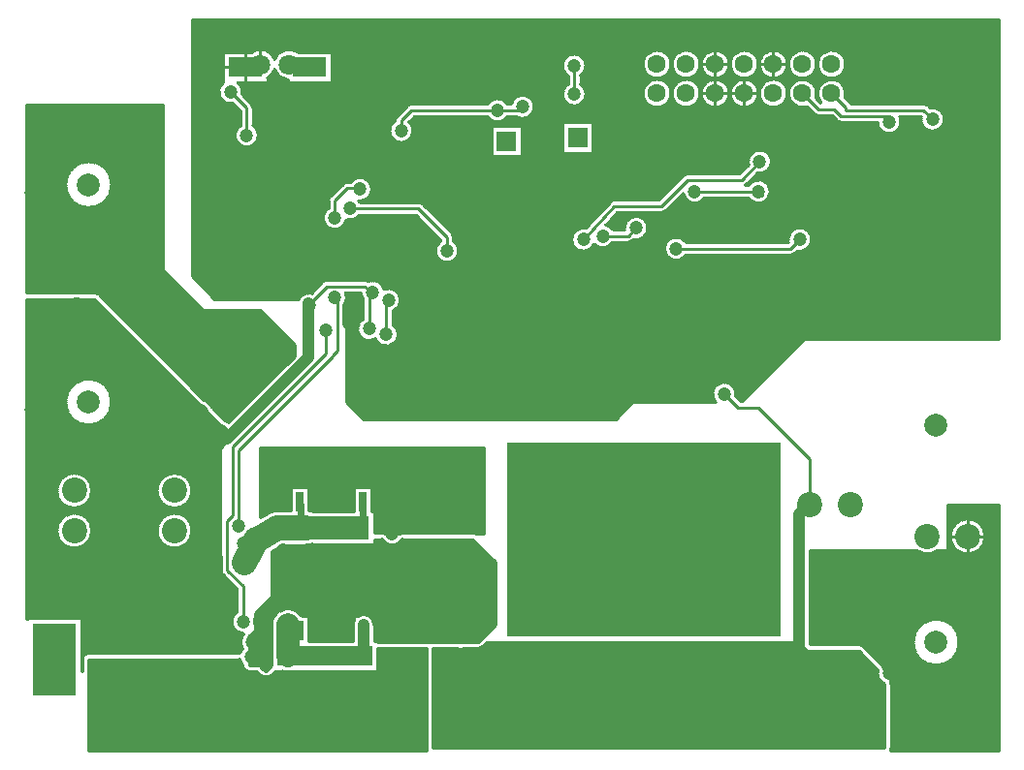
<source format=gbr>
%FSLAX43Y43*%
%MOMM*%
G71*
G01*
G75*
G04 Layer_Physical_Order=1*
G04 Layer_Color=255*
%ADD10C,0.250*%
%ADD11R,3.000X1.800*%
%ADD12R,4.700X3.810*%
%ADD13R,0.720X1.800*%
%ADD14R,4.060X3.810*%
%ADD15R,3.810X6.350*%
%ADD16C,1.000*%
%ADD17C,2.000*%
%ADD18C,2.200*%
%ADD19C,0.600*%
%ADD20C,0.254*%
%ADD21R,8.400X1.800*%
%ADD22R,7.000X2.000*%
%ADD23R,24.000X17.000*%
%ADD24C,1.800*%
%ADD25R,1.800X1.800*%
%ADD26C,2.000*%
%ADD27C,2.200*%
%ADD28C,1.600*%
%ADD29C,1.200*%
D10*
X18192Y29200D02*
G03*
X17896Y29381I-942J-1200D01*
G01*
X16805Y30473D02*
G03*
X16073Y31205I-1305J-573D01*
G01*
X8012Y50000D02*
G03*
X8012Y50000I-2013J0D01*
G01*
X6890Y40388D02*
G03*
X6500Y40550I-390J-388D01*
G01*
X6889Y40389D02*
G03*
X6500Y40550I-389J-389D01*
G01*
X81876Y18000D02*
G03*
X83624Y18000I874J1250D01*
G01*
X78376D02*
G03*
X80124Y18000I874J1250D01*
G01*
X82012Y10000D02*
G03*
X82012Y10000I-2013J0D01*
G01*
X76013Y552D02*
G03*
X76050Y750I-513J198D01*
G01*
X76013Y552D02*
G03*
X76050Y750I-513J198D01*
G01*
Y6356D02*
G03*
X76000Y6585I-550J0D01*
G01*
X76050Y6356D02*
G03*
X76000Y6585I-550J0D01*
G01*
X75465Y7585D02*
G03*
X75303Y7974I-550J0D01*
G01*
X75465Y7585D02*
G03*
X75304Y7974I-550J0D01*
G01*
X73640Y9638D02*
G03*
X73250Y9800I-390J-388D01*
G01*
X73639Y9639D02*
G03*
X73250Y9800I-389J-389D01*
G01*
X15025Y23250D02*
G03*
X15025Y23250I-1525J0D01*
G01*
Y19750D02*
G03*
X15025Y19750I-1525J0D01*
G01*
X18950Y12665D02*
G03*
X19500Y10775I550J-865D01*
G01*
Y10641D02*
G03*
X19450Y9427I800J-641D01*
G01*
Y9399D02*
G03*
X19236Y9048I750J-699D01*
G01*
X17550Y16300D02*
G03*
X17712Y15910I550J0D01*
G01*
X17550Y16300D02*
G03*
X17711Y15911I550J0D01*
G01*
X6000Y9050D02*
G03*
X5450Y8500I0J-550D01*
G01*
X6000Y9050D02*
G03*
X5450Y8500I0J-550D01*
G01*
X8012Y31000D02*
G03*
X8012Y31000I-2013J0D01*
G01*
X6275Y23250D02*
G03*
X6275Y23250I-1525J0D01*
G01*
Y19750D02*
G03*
X6275Y19750I-1525J0D01*
G01*
X84275Y19250D02*
G03*
X84275Y19250I-1525J0D01*
G01*
X74915Y7585D02*
G03*
X75500Y6356I985J-285D01*
G01*
X40000Y9450D02*
G03*
X40389Y9611I0J550D01*
G01*
X40000Y9450D02*
G03*
X40390Y9612I0J550D01*
G01*
X38115Y9450D02*
G03*
X38885Y9450I385J950D01*
G01*
X19195Y8500D02*
G03*
X19450Y8001I1005J200D01*
G01*
Y8000D02*
G03*
X20000Y7450I550J0D01*
G01*
X19450Y8000D02*
G03*
X20000Y7450I550J0D01*
G01*
X22876Y7475D02*
G03*
X23924Y7475I524J1325D01*
G01*
X21733Y7002D02*
G03*
X22380Y7475I-233J998D01*
G01*
X21267Y7002D02*
G03*
X21733Y7002I233J498D01*
G01*
X21267D02*
G03*
X21733Y7002I233J498D01*
G01*
X20635Y7450D02*
G03*
X21267Y7002I865J550D01*
G01*
X31605Y19000D02*
G03*
X33395Y19000I895J500D01*
G01*
X30925Y11500D02*
G03*
X30725Y12074I-925J0D01*
G01*
D02*
G03*
X30418Y12325I-725J-574D01*
G01*
D02*
G03*
X29582Y12325I-418J-825D01*
G01*
X29155Y11876D02*
G03*
X29075Y11500I845J-376D01*
G01*
X25000Y18475D02*
G03*
X25543Y18575I0J1525D01*
G01*
X24562Y12325D02*
G03*
X21975Y11500I-1162J-825D01*
G01*
X20525Y11800D02*
G03*
X20500Y12025I-1025J0D01*
G01*
Y11575D02*
G03*
X20525Y11800I-1000J225D01*
G01*
X20000Y10405D02*
G03*
X20048Y10548I-493J245D01*
G01*
X20000Y10405D02*
G03*
X20048Y10548I-493J245D01*
G01*
X20000Y10405D02*
G03*
X20048Y10548I-493J245D01*
G01*
X20000Y10405D02*
G03*
X20048Y10548I-493J245D01*
G01*
X39729Y19500D02*
G03*
X39500Y19550I-229J-500D01*
G01*
X39729Y19500D02*
G03*
X39500Y19550I-229J-500D01*
G01*
X33395D02*
G03*
X33166Y19500I0J-550D01*
G01*
X33395Y19550D02*
G03*
X33166Y19500I0J-550D01*
G01*
X31834D02*
G03*
X31605Y19550I-229J-500D01*
G01*
X31834Y19500D02*
G03*
X31605Y19550I-229J-500D01*
G01*
X25543Y21425D02*
G03*
X25225Y21508I-543J-1425D01*
G01*
X22500Y21525D02*
G03*
X21727Y21314I0J-1525D01*
G01*
X22500Y21525D02*
G03*
X21726Y21314I0J-1525D01*
G01*
X25249Y40524D02*
G03*
X24366Y40000I-49J-924D01*
G01*
X28250Y39401D02*
G03*
X28525Y40100I-750J699D01*
G01*
D02*
G03*
X28421Y40550I-1025J0D01*
G01*
X25438Y40516D02*
G03*
X25249Y40524I-138J-1016D01*
G01*
X26800Y41650D02*
G03*
X26411Y41489I0J-550D01*
G01*
X26800Y41650D02*
G03*
X26411Y41489I0J-550D01*
G01*
X29950Y38265D02*
G03*
X31044Y36531I550J-865D01*
G01*
D02*
G03*
X33025Y36900I956J369D01*
G01*
D02*
G03*
X32550Y37765I-1025J0D01*
G01*
X28509Y46917D02*
G03*
X29665Y47350I291J983D01*
G01*
X29776Y40550D02*
G03*
X29950Y40027I1024J50D01*
G01*
X32550Y38937D02*
G03*
X33225Y39900I-350J963D01*
G01*
X30416Y41550D02*
G03*
X30100Y41650I-316J-450D01*
G01*
X31796Y40842D02*
G03*
X30416Y41550I-996J-242D01*
G01*
X33225Y39900D02*
G03*
X31796Y40842I-1025J0D01*
G01*
X30416Y41550D02*
G03*
X30100Y41650I-316J-450D01*
G01*
X26950Y47965D02*
G03*
X28509Y46917I550J-865D01*
G01*
X29665Y48450D02*
G03*
X29563Y48584I-865J-550D01*
G01*
X36750Y45065D02*
G03*
X38325Y44200I550J-865D01*
G01*
D02*
G03*
X37850Y45065I-1025J0D01*
G01*
Y45400D02*
G03*
X37689Y45789I-550J0D01*
G01*
X37850Y45400D02*
G03*
X37688Y45790I-550J0D01*
G01*
X35189Y48289D02*
G03*
X34800Y48450I-389J-389D01*
G01*
X35190Y48288D02*
G03*
X34800Y48450I-390J-388D01*
G01*
X49387Y46208D02*
G03*
X50146Y44806I-187J-1008D01*
G01*
X19250Y55165D02*
G03*
X20825Y54300I550J-865D01*
G01*
X17792Y58925D02*
G03*
X18623Y57099I608J-825D01*
G01*
X19425Y58100D02*
G03*
X19008Y58925I-1025J0D01*
G01*
X27111Y48989D02*
G03*
X26950Y48600I389J-389D01*
G01*
X27112Y48990D02*
G03*
X26950Y48600I388J-390D01*
G01*
X28600Y50250D02*
G03*
X28210Y50088I0J-550D01*
G01*
X29563Y48584D02*
G03*
X30725Y49600I137J1016D01*
G01*
X28600Y50250D02*
G03*
X28211Y50089I0J-550D01*
G01*
X20825Y54300D02*
G03*
X20350Y55165I-1025J0D01*
G01*
X30725Y49600D02*
G03*
X28907Y50250I-1025J0D01*
G01*
X32750Y55565D02*
G03*
X34325Y54700I550J-865D01*
G01*
D02*
G03*
X33961Y55483I-1025J0D01*
G01*
X32911Y55989D02*
G03*
X32750Y55600I389J-389D01*
G01*
X19401Y57877D02*
G03*
X19425Y58100I-1001J223D01*
G01*
X20350Y56700D02*
G03*
X20188Y57090I-550J0D01*
G01*
X20350Y56700D02*
G03*
X20189Y57089I-550J0D01*
G01*
X21625Y59332D02*
G03*
X22250Y60061I-625J1168D01*
G01*
X32912Y55990D02*
G03*
X32750Y55600I388J-390D01*
G01*
X22250Y60061D02*
G03*
X23375Y59181I1250J439D01*
G01*
X34200Y57050D02*
G03*
X33810Y56888I0J-550D01*
G01*
X34200Y57050D02*
G03*
X33811Y56889I0J-550D01*
G01*
X22250Y60939D02*
G03*
X20225Y61575I-1250J-439D01*
G01*
X24275D02*
G03*
X22250Y60939I-775J-1075D01*
G01*
X40835Y55950D02*
G03*
X42565Y55950I865J550D01*
G01*
X43327Y55950D02*
G03*
X44925Y56800I573J850D01*
G01*
X42565Y57050D02*
G03*
X40835Y57050I-865J-550D01*
G01*
X44925Y56800D02*
G03*
X42906Y57050I-1025J0D01*
G01*
X47850Y58765D02*
G03*
X49425Y57900I550J-865D01*
G01*
D02*
G03*
X48950Y58765I-1025J0D01*
G01*
X49425Y60400D02*
G03*
X47850Y59535I-1025J0D01*
G01*
X48950D02*
G03*
X49425Y60400I-550J865D01*
G01*
X50146Y44806D02*
G03*
X51765Y44950I754J694D01*
G01*
X53100D02*
G03*
X53489Y45111I0J550D01*
G01*
X51765Y46050D02*
G03*
X51155Y46493I-865J-550D01*
G01*
X53100Y44950D02*
G03*
X53490Y45112I0J550D01*
G01*
X53577Y45199D02*
G03*
X54825Y46200I223J1001D01*
G01*
D02*
G03*
X52786Y46050I-1025J0D01*
G01*
X58165Y44950D02*
G03*
X58165Y43850I-865J-550D01*
G01*
X62525Y31700D02*
G03*
X60751Y31000I-1025J0D01*
G01*
X62501Y31477D02*
G03*
X62525Y31700I-1001J223D01*
G01*
X51900Y48650D02*
G03*
X51497Y48475I0J-550D01*
G01*
X51900Y48650D02*
G03*
X51497Y48475I0J-550D01*
G01*
X56000Y47550D02*
G03*
X56389Y47711I0J550D01*
G01*
X56000Y47550D02*
G03*
X56390Y47712I0J550D01*
G01*
X58300Y50950D02*
G03*
X57910Y50788I0J-550D01*
G01*
X57916Y49238D02*
G03*
X59793Y48850I1012J162D01*
G01*
X58300Y50950D02*
G03*
X57911Y50789I0J-550D01*
G01*
X63635Y48850D02*
G03*
X64912Y48462I865J550D01*
G01*
X63316Y49950D02*
G03*
X63389Y50011I-316J450D01*
G01*
X63316Y49950D02*
G03*
X63390Y50012I-316J450D01*
G01*
X65525Y49400D02*
G03*
X63635Y49950I-1025J0D01*
G01*
X67300Y43850D02*
G03*
X67689Y44011I0J550D01*
G01*
X67300Y43850D02*
G03*
X67690Y44012I0J550D01*
G01*
X67877Y44199D02*
G03*
X69125Y45200I223J1001D01*
G01*
X64912Y48462D02*
G03*
X65285Y48741I-112J538D01*
G01*
D02*
G03*
X65525Y49400I-785J659D01*
G01*
X69125Y45200D02*
G03*
X67099Y44977I-1025J0D01*
G01*
X64377Y50999D02*
G03*
X65625Y52000I223J1001D01*
G01*
D02*
G03*
X63599Y51777I-1025J0D01*
G01*
X56855Y57980D02*
G03*
X56855Y57980I-1225J0D01*
G01*
X59395D02*
G03*
X59395Y57980I-1225J0D01*
G01*
X61935D02*
G03*
X61935Y57980I-1225J0D01*
G01*
X64475D02*
G03*
X64475Y57980I-1225J0D01*
G01*
X56855Y60520D02*
G03*
X56855Y60520I-1225J0D01*
G01*
X59395D02*
G03*
X59395Y60520I-1225J0D01*
G01*
X61935D02*
G03*
X61935Y60520I-1225J0D01*
G01*
X64475D02*
G03*
X64475Y60520I-1225J0D01*
G01*
X67015Y57980D02*
G03*
X67015Y57980I-1225J0D01*
G01*
X69555D02*
G03*
X68708Y56815I-1225J0D01*
G01*
X69490Y57587D02*
G03*
X69555Y57980I-1160J393D01*
G01*
X69311Y56211D02*
G03*
X69700Y56050I389J389D01*
G01*
X69310Y56212D02*
G03*
X69700Y56050I390J388D01*
G01*
X72095Y57980D02*
G03*
X69969Y57150I-1225J0D01*
G01*
X74876Y55450D02*
G03*
X76925Y55500I1024J50D01*
G01*
X71311Y55611D02*
G03*
X71700Y55450I389J389D01*
G01*
X71310Y55612D02*
G03*
X71700Y55450I390J388D01*
G01*
X76925Y55500D02*
G03*
X76821Y55950I-1025J0D01*
G01*
X78699Y55923D02*
G03*
X80725Y55700I1001J-223D01*
G01*
D02*
G03*
X79477Y56701I-1025J0D01*
G01*
X72033Y57595D02*
G03*
X72095Y57980I-1163J385D01*
G01*
X72561Y57050D02*
G03*
X72488Y57140I-461J-300D01*
G01*
X79289Y56889D02*
G03*
X78900Y57050I-389J-389D01*
G01*
X72561D02*
G03*
X72489Y57139I-461J-300D01*
G01*
X79290Y56888D02*
G03*
X78900Y57050I-390J-388D01*
G01*
X67015Y60520D02*
G03*
X67015Y60520I-1225J0D01*
G01*
X69555D02*
G03*
X69555Y60520I-1225J0D01*
G01*
X72095D02*
G03*
X72095Y60520I-1225J0D01*
G01*
X68330Y57970D02*
X69700Y56600D01*
X71700Y56000D02*
X75700D01*
X71100Y56600D02*
X71700Y56000D01*
X68330Y57970D02*
Y57980D01*
X69700Y56600D02*
X71100D01*
X75700Y56000D02*
X75800Y55900D01*
X48400Y57800D02*
Y60400D01*
X69000Y21800D02*
Y22000D01*
X49200Y45200D02*
X51900Y48100D01*
X56000D01*
X58300Y50400D01*
X63000Y50400D01*
X64600Y52000D01*
X58928Y49400D02*
X64400D01*
X64800Y49000D01*
X19100Y20200D02*
X19100Y20700D01*
X19100Y20200D02*
Y26800D01*
X27300Y35000D01*
Y35100D01*
X27700Y35500D01*
X27500Y47000D02*
Y48600D01*
X27700Y35500D02*
Y39900D01*
X27500Y40100D02*
X27700Y39900D01*
X27500Y48600D02*
X28600Y49700D01*
X29600D01*
X33300Y54700D02*
Y55600D01*
X34200Y56500D01*
X40100D01*
X40200D01*
X40100D02*
X41700D01*
X43700Y56500D01*
X57300Y44400D02*
X67300D01*
X68100Y45200D01*
X32000Y36900D02*
Y39700D01*
X32200Y39900D01*
X28800Y47900D02*
X34800D01*
X37300Y44200D02*
Y45400D01*
X34800Y47900D02*
X37300Y45400D01*
X72100Y56500D02*
Y56750D01*
Y56500D02*
X78900D01*
X70870Y57980D02*
X72100Y56750D01*
X78900Y56500D02*
X79700Y55700D01*
X25500Y39800D02*
X26800Y41100D01*
X30100D02*
X30500Y40700D01*
X30500Y37400D02*
Y40100D01*
X30800Y40600D01*
X18400Y58100D02*
X19800Y56700D01*
Y54300D02*
Y56700D01*
X26800Y41100D02*
X30100D01*
X19500Y12000D02*
X19500Y14900D01*
X18100Y16300D02*
Y20600D01*
X18600Y21100D01*
X18100Y16300D02*
X19500Y14900D01*
X18600Y21100D02*
Y27100D01*
X25900Y34400D01*
X25900D02*
X25900D01*
X25900D02*
X26700Y35200D01*
Y37300D01*
X50900Y45500D02*
X53100D01*
X53800Y46200D01*
X9681Y37597D02*
X22403D01*
X9481Y37797D02*
X22203D01*
X9881Y37397D02*
X22603D01*
X12500Y42500D02*
X16000Y39000D01*
X21000D01*
X24000Y36000D01*
X13097Y34180D02*
Y41903D01*
X10081Y37197D02*
X22803D01*
X12697Y34580D02*
Y42303D01*
X12897Y34380D02*
Y42103D01*
X8081Y39197D02*
X15803D01*
X7881Y39397D02*
X15603D01*
X8281Y38997D02*
X21003D01*
X7748Y50997D02*
X12500D01*
X7681Y39597D02*
X15403D01*
X9081Y38197D02*
X21803D01*
X8881Y38397D02*
X21603D01*
X9281Y37997D02*
X22003D01*
X8481Y38797D02*
X21203D01*
X8681Y38597D02*
X21403D01*
X24000Y35008D02*
Y36000D01*
X23897Y34906D02*
Y36103D01*
X12281Y34997D02*
X23989D01*
X23697Y34706D02*
Y36303D01*
X12481Y34797D02*
X23789D01*
X23497Y34506D02*
Y36503D01*
X12681Y34597D02*
X23589D01*
X12881Y34397D02*
X23389D01*
X23297Y34306D02*
Y36703D01*
X13081Y34197D02*
X23189D01*
X10881Y36397D02*
X23603D01*
X10681Y36597D02*
X23403D01*
X11081Y36197D02*
X23803D01*
X10281Y36997D02*
X23003D01*
X10481Y36797D02*
X23203D01*
X11481Y35797D02*
X24000D01*
X11281Y35997D02*
X24000D01*
X11681Y35597D02*
X24000D01*
X11881Y35397D02*
X24000D01*
X12081Y35197D02*
X24000D01*
X12500Y42500D02*
Y57000D01*
X11497Y35780D02*
Y57000D01*
X11297Y35980D02*
Y57000D01*
X11097Y36180D02*
Y57000D01*
X10897Y36380D02*
Y57000D01*
X12497Y34780D02*
Y57000D01*
X12297Y34980D02*
Y57000D01*
X12097Y35180D02*
Y57000D01*
X11897Y35380D02*
Y57000D01*
X11697Y35580D02*
Y57000D01*
X9697Y37580D02*
Y57000D01*
X9497Y37780D02*
Y57000D01*
X9297Y37980D02*
Y57000D01*
X9097Y38180D02*
Y57000D01*
X8897Y38380D02*
Y57000D01*
X10697Y36580D02*
Y57000D01*
X10497Y36780D02*
Y57000D01*
X10297Y36980D02*
Y57000D01*
X10097Y37180D02*
Y57000D01*
X9897Y37380D02*
Y57000D01*
X7973Y50397D02*
X12500D01*
X8003Y50197D02*
X12500D01*
X8012Y49997D02*
X12500D01*
X7897Y50671D02*
Y57000D01*
X8002Y49797D02*
X12500D01*
X8697Y38580D02*
Y57000D01*
X8497Y38780D02*
Y57000D01*
X7972Y49597D02*
X12500D01*
X8297Y38980D02*
Y57000D01*
X8097Y39180D02*
Y57000D01*
X7922Y50597D02*
X12500D01*
X7848Y50797D02*
X12500D01*
X7920Y49397D02*
X12500D01*
X7697Y51081D02*
Y57000D01*
X7845Y49197D02*
X12500D01*
X7745Y48997D02*
X12500D01*
X7614Y48797D02*
X12500D01*
X7897Y39380D02*
Y49329D01*
X7697Y39580D02*
Y48919D01*
X22897Y33906D02*
Y37103D01*
X22697Y33706D02*
Y37303D01*
X23097Y34106D02*
Y36903D01*
X22297Y33306D02*
Y37703D01*
X22497Y33506D02*
Y37503D01*
X21897Y32906D02*
Y38103D01*
X21697Y32706D02*
Y38303D01*
X22097Y33106D02*
Y37903D01*
X21297Y32306D02*
Y38703D01*
X21497Y32506D02*
Y38503D01*
X20897Y31906D02*
Y39000D01*
X20697Y31706D02*
Y39000D01*
X21097Y32106D02*
Y38903D01*
X20497Y31506D02*
Y39000D01*
X20297Y31306D02*
Y39000D01*
X20097Y31106D02*
Y39000D01*
X19897Y30906D02*
Y39000D01*
X18192Y29200D02*
X24000Y35008D01*
X19697Y30706D02*
Y39000D01*
X19497Y30506D02*
Y39000D01*
X15281Y31997D02*
X20989D01*
X15081Y32197D02*
X21189D01*
X15481Y31797D02*
X20789D01*
X15681Y31597D02*
X20589D01*
X15881Y31397D02*
X20389D01*
X16409Y30997D02*
X19989D01*
X16090Y31197D02*
X20189D01*
X16607Y30797D02*
X19789D01*
X16743Y30597D02*
X19589D01*
X16881Y30397D02*
X19389D01*
X13481Y33797D02*
X22789D01*
X13281Y33997D02*
X22989D01*
X13681Y33597D02*
X22589D01*
X13881Y33397D02*
X22389D01*
X14081Y33197D02*
X22189D01*
X14281Y32997D02*
X21989D01*
X14481Y32797D02*
X21789D01*
X14681Y32597D02*
X21589D01*
X14881Y32397D02*
X21389D01*
X15897Y31380D02*
Y39103D01*
X15697Y31580D02*
Y39303D01*
X19297Y30306D02*
Y39000D01*
X15297Y31980D02*
Y39703D01*
X15497Y31780D02*
Y39503D01*
X19097Y30106D02*
Y39000D01*
X18897Y29906D02*
Y39000D01*
X18697Y29706D02*
Y39000D01*
X18497Y29506D02*
Y39000D01*
X18297Y29306D02*
Y39000D01*
X13897Y33380D02*
Y41103D01*
X13697Y33580D02*
Y41303D01*
X14097Y33180D02*
Y40903D01*
X13297Y33980D02*
Y41703D01*
X13497Y33780D02*
Y41503D01*
X14897Y32380D02*
Y40103D01*
X14697Y32580D02*
Y40303D01*
X15097Y32180D02*
Y39903D01*
X14297Y32980D02*
Y40703D01*
X14497Y32780D02*
Y40503D01*
X17697Y29580D02*
Y39000D01*
X17281Y29997D02*
X18989D01*
X17481Y29797D02*
X18789D01*
X17497Y29780D02*
Y39000D01*
X17297Y29980D02*
Y39000D01*
X17881Y29397D02*
X18389D01*
X17681Y29597D02*
X18589D01*
X18097Y29268D02*
Y39000D01*
X17897Y29381D02*
Y39000D01*
X16697Y30672D02*
Y39000D01*
X16497Y30918D02*
Y39000D01*
X16297Y31081D02*
Y39000D01*
X16097Y31194D02*
Y39000D01*
X16805Y30473D02*
X17888Y29390D01*
X17081Y30197D02*
X19189D01*
X17097Y30180D02*
Y39000D01*
X16897Y30380D02*
Y39000D01*
X552Y56997D02*
X12500D01*
X552Y57000D02*
X12500D01*
X552Y56797D02*
X12500D01*
X552Y56597D02*
X12500D01*
X552Y56397D02*
X12500D01*
X552Y56197D02*
X12500D01*
X552Y55997D02*
X12500D01*
X552Y55797D02*
X12500D01*
X552Y55597D02*
X12500D01*
X552Y55397D02*
X12500D01*
X552Y55197D02*
X12500D01*
X552Y54997D02*
X12500D01*
X552Y54797D02*
X12500D01*
X552Y54597D02*
X12500D01*
X552Y54397D02*
X12500D01*
X552Y54197D02*
X12500D01*
X552Y53997D02*
X12500D01*
X552Y53797D02*
X12500D01*
X552Y53597D02*
X12500D01*
X552Y53397D02*
X12500D01*
X6906Y51797D02*
X12500D01*
X6248Y51997D02*
X12500D01*
X7224Y51597D02*
X12500D01*
X7448Y51397D02*
X12500D01*
X7618Y51197D02*
X12500D01*
X7443Y48597D02*
X12500D01*
X7217Y48397D02*
X12500D01*
X6894Y48197D02*
X12500D01*
X6197Y47997D02*
X12500D01*
X552Y53197D02*
X12500D01*
X552Y52997D02*
X12500D01*
X552Y52797D02*
X12500D01*
X552Y52597D02*
X12500D01*
X552Y52397D02*
X12500D01*
X552Y52197D02*
X12500D01*
X552Y47797D02*
X12500D01*
X552Y47597D02*
X12500D01*
X552Y47397D02*
X12500D01*
X552Y47197D02*
X12500D01*
X6497Y51950D02*
Y57000D01*
X6297Y51990D02*
Y57000D01*
X6097Y52010D02*
Y57000D01*
X5897Y52010D02*
Y57000D01*
X5697Y51990D02*
Y57000D01*
X7497Y51345D02*
Y57000D01*
X7297Y51538D02*
Y57000D01*
X7097Y51687D02*
Y57000D01*
X6897Y51801D02*
Y57000D01*
X6697Y51888D02*
Y57000D01*
X5497Y51949D02*
Y57000D01*
X5297Y51886D02*
Y57000D01*
X552Y51997D02*
X5752D01*
X5097Y51799D02*
Y57000D01*
X552Y51797D02*
X5094D01*
X4897Y51684D02*
Y57000D01*
X4697Y51534D02*
Y57000D01*
X4497Y51339D02*
Y57000D01*
X4297Y51073D02*
Y57000D01*
X4097Y50656D02*
Y57000D01*
X552Y51597D02*
X4776D01*
X552Y51397D02*
X4552D01*
X552Y51197D02*
X4382D01*
X552Y50997D02*
X4252D01*
X552Y50797D02*
X4152D01*
X552Y50597D02*
X4078D01*
X552Y50397D02*
X4027D01*
X552Y50197D02*
X3997D01*
X552Y49997D02*
X3987D01*
X552Y49797D02*
X3998D01*
X552Y49197D02*
X4155D01*
X552Y48997D02*
X4255D01*
X552Y48797D02*
X4386D01*
X552Y49597D02*
X4028D01*
X552Y49397D02*
X4080D01*
X552Y48197D02*
X5106D01*
X552Y47997D02*
X5803D01*
X552Y48597D02*
X4557D01*
X552Y48397D02*
X4783D01*
X552Y46997D02*
X12500D01*
X552Y46797D02*
X12500D01*
X552Y46597D02*
X12500D01*
X552Y46397D02*
X12500D01*
X552Y46197D02*
X12500D01*
X552Y45997D02*
X12500D01*
X552Y45797D02*
X12500D01*
X552Y45597D02*
X12500D01*
X7497Y39780D02*
Y48655D01*
X552Y45397D02*
X12500D01*
X552Y45197D02*
X12500D01*
X552Y44997D02*
X12500D01*
X552Y44797D02*
X12500D01*
X552Y44597D02*
X12500D01*
X552Y44397D02*
X12500D01*
X552Y44197D02*
X12500D01*
X552Y43997D02*
X12500D01*
X552Y43797D02*
X12500D01*
X552Y43597D02*
X12500D01*
X552Y43397D02*
X12500D01*
X569Y40797D02*
X14203D01*
X552Y43197D02*
X12500D01*
X576Y40597D02*
X14403D01*
X552Y42997D02*
X12500D01*
X552Y42797D02*
X12500D01*
X7281Y39997D02*
X15003D01*
X6890Y40388D02*
X16073Y31205D01*
X7481Y39797D02*
X15203D01*
X6880Y40397D02*
X14603D01*
X7081Y40197D02*
X14803D01*
X552Y42197D02*
X12803D01*
X552Y41997D02*
X13003D01*
X552Y41797D02*
X13203D01*
X552Y42597D02*
X12500D01*
X552Y42397D02*
X12603D01*
X554Y41197D02*
X13803D01*
X562Y40997D02*
X14003D01*
X552Y41597D02*
X13403D01*
X552Y41397D02*
X13603D01*
X4097Y40550D02*
Y49344D01*
X3897Y40550D02*
Y57000D01*
X4297Y40550D02*
Y48927D01*
X3697Y40550D02*
Y57000D01*
X3497Y40550D02*
Y57000D01*
X3297Y40550D02*
Y57000D01*
X3097Y40550D02*
Y57000D01*
X2897Y40550D02*
Y57000D01*
X2697Y40550D02*
Y57000D01*
X2497Y40550D02*
Y57000D01*
X2297Y40550D02*
Y57000D01*
X2097Y40550D02*
Y57000D01*
X1897Y40550D02*
Y57000D01*
X1697Y40550D02*
Y57000D01*
X552Y41268D02*
Y57000D01*
X1497Y40550D02*
Y57000D01*
X1297Y40550D02*
Y57000D01*
X1097Y40550D02*
Y57000D01*
X897Y40550D02*
Y57000D01*
X697Y40550D02*
Y57000D01*
X6697Y40513D02*
Y48112D01*
X6497Y40550D02*
Y48050D01*
X6297Y40550D02*
Y48010D01*
X6097Y40550D02*
Y47990D01*
X5897Y40550D02*
Y47990D01*
X7297Y39980D02*
Y48462D01*
X7097Y40180D02*
Y48313D01*
X6897Y40380D02*
Y48199D01*
X5697Y40550D02*
Y48010D01*
X5297Y40550D02*
Y48114D01*
X5497Y40550D02*
Y48051D01*
X4897Y40550D02*
Y48316D01*
X5097Y40550D02*
Y48201D01*
X4697Y40550D02*
Y48466D01*
X577Y40550D02*
X6500D01*
X4497D02*
Y48661D01*
X552Y41268D02*
X577Y40550D01*
X83620Y17997D02*
X85448D01*
X83624Y18000D02*
X85448D01*
X83214Y17797D02*
X85448D01*
X81922Y10597D02*
X85448D01*
X81973Y10397D02*
X85448D01*
X82003Y10197D02*
X85448D01*
X82012Y9997D02*
X85448D01*
X82002Y9797D02*
X85448D01*
X80247Y11997D02*
X85448D01*
X80906Y11797D02*
X85448D01*
X81224Y11597D02*
X85448D01*
X81448Y11397D02*
X85448D01*
X81618Y11197D02*
X85448D01*
X81748Y10997D02*
X85448D01*
X81848Y10797D02*
X85448D01*
X81972Y9597D02*
X85448D01*
X81920Y9397D02*
X85448D01*
X81845Y9197D02*
X85448D01*
X81745Y8997D02*
X85448D01*
X81614Y8797D02*
X85448D01*
X81443Y8597D02*
X85448D01*
X81217Y8397D02*
X85448D01*
X80895Y8197D02*
X85448D01*
X80198Y7997D02*
X85448D01*
X76050Y4197D02*
X85448D01*
X76050Y3997D02*
X85448D01*
X76050Y3797D02*
X85448D01*
X76050Y3597D02*
X85448D01*
X76050Y3397D02*
X85448D01*
X76050Y3197D02*
X85448D01*
X81097Y11687D02*
Y18000D01*
X80897Y11801D02*
Y18000D01*
X81897Y10671D02*
Y17986D01*
X81697Y11081D02*
Y18000D01*
X81497Y11345D02*
Y18000D01*
X81297Y11539D02*
Y18000D01*
X80120Y17997D02*
X81880D01*
X80124Y18000D02*
X81876D01*
X80297Y11990D02*
Y18000D01*
X80697Y11888D02*
Y18000D01*
X80497Y11950D02*
Y18000D01*
X80097Y12010D02*
Y17982D01*
X79897Y12010D02*
Y17869D01*
X79714Y17797D02*
X82286D01*
X79697Y11990D02*
Y17792D01*
X79497Y11949D02*
Y17745D01*
X79297Y11886D02*
Y17726D01*
X79097Y11799D02*
Y17733D01*
X78697Y11534D02*
Y17829D01*
X78897Y11684D02*
Y17766D01*
X78497Y11339D02*
Y17924D01*
X78297Y11073D02*
Y18000D01*
X78097Y10656D02*
Y18000D01*
X76050Y2997D02*
X85448D01*
X76050Y2797D02*
X85448D01*
X76050Y2597D02*
X85448D01*
Y552D02*
Y18000D01*
X85297Y552D02*
Y18000D01*
X85097Y552D02*
Y18000D01*
X84897Y552D02*
Y18000D01*
X84697Y552D02*
Y18000D01*
X84497Y552D02*
Y18000D01*
X84297Y552D02*
Y18000D01*
X84097Y552D02*
Y18000D01*
X83897Y552D02*
Y18000D01*
X83697Y552D02*
Y18000D01*
X83497Y552D02*
Y17921D01*
X83297Y552D02*
Y17827D01*
X82297Y552D02*
Y17794D01*
X83097Y552D02*
Y17765D01*
X82097Y552D02*
Y17872D01*
X76050Y2397D02*
X85448D01*
X76050Y2197D02*
X85448D01*
X82897Y552D02*
Y17732D01*
X76050Y1997D02*
X85448D01*
X82697Y552D02*
Y17726D01*
X82497Y552D02*
Y17746D01*
X81897Y552D02*
Y9329D01*
X81697Y552D02*
Y8919D01*
X76050Y1797D02*
X85448D01*
X76050Y1597D02*
X85448D01*
X76050Y1397D02*
X85448D01*
X76050Y1197D02*
X85448D01*
X76050Y997D02*
X85448D01*
X76050Y797D02*
X85448D01*
X76028Y597D02*
X85448D01*
X81497Y552D02*
Y8655D01*
X81297Y552D02*
Y8461D01*
X78297Y552D02*
Y8927D01*
X78497Y552D02*
Y8661D01*
X77897Y552D02*
Y18000D01*
X78097Y552D02*
Y9344D01*
X77697Y552D02*
Y18000D01*
X77497Y552D02*
Y18000D01*
X77297Y552D02*
Y18000D01*
X77097Y552D02*
Y18000D01*
X76897Y552D02*
Y18000D01*
X76697Y552D02*
Y18000D01*
X76497Y552D02*
Y18000D01*
X76297Y552D02*
Y18000D01*
X76097Y552D02*
Y18000D01*
X81097Y552D02*
Y8313D01*
X80897Y552D02*
Y8199D01*
X80697Y552D02*
Y8112D01*
X80497Y552D02*
Y8050D01*
X80297Y552D02*
Y8010D01*
X80097Y552D02*
Y7990D01*
X79697Y552D02*
Y8010D01*
X79897Y552D02*
Y7990D01*
X79297Y552D02*
Y8114D01*
X79497Y552D02*
Y8051D01*
X78897Y552D02*
Y8316D01*
X79097Y552D02*
Y8201D01*
X78697Y552D02*
Y8466D01*
X68950Y17597D02*
X85448D01*
X68925Y17397D02*
X85448D01*
X68925Y17197D02*
X85448D01*
X68925Y16997D02*
X85448D01*
X68925Y16797D02*
X85448D01*
X68925Y16597D02*
X85448D01*
X68925Y16397D02*
X85448D01*
X68925Y16197D02*
X85448D01*
X68925Y15997D02*
X85448D01*
X68925Y15797D02*
X85448D01*
X68925Y15597D02*
X85448D01*
X68925Y15397D02*
X85448D01*
X68925Y15197D02*
X85448D01*
X68925Y14997D02*
X85448D01*
X68925Y14797D02*
X85448D01*
X68925Y14597D02*
X85448D01*
X68925Y14397D02*
X85448D01*
X68925Y14197D02*
X85448D01*
X68925Y13997D02*
X85448D01*
X68925Y13797D02*
X85448D01*
X68925Y13597D02*
X85448D01*
X68925Y13397D02*
X85448D01*
X68925Y13197D02*
X85448D01*
X68925Y12997D02*
X85448D01*
X68925Y12797D02*
X85448D01*
X68925Y12597D02*
X85448D01*
X68925Y12397D02*
X85448D01*
X68925Y12197D02*
X85448D01*
X68925Y11997D02*
X79753D01*
X68925Y11797D02*
X79094D01*
X73497Y9741D02*
Y18000D01*
X73297Y9798D02*
Y18000D01*
X73097Y9800D02*
Y18000D01*
X72897Y9800D02*
Y18000D01*
X72697Y9800D02*
Y18000D01*
X72497Y9800D02*
Y18000D01*
X72297Y9800D02*
Y18000D01*
X72097Y9800D02*
Y18000D01*
X69000Y17997D02*
X78380D01*
X69000Y18000D02*
X78376D01*
X71897Y9800D02*
Y18000D01*
X71697Y9800D02*
Y18000D01*
X71497Y9800D02*
Y18000D01*
X71297Y9800D02*
Y18000D01*
X71097Y9800D02*
Y18000D01*
X68975Y17797D02*
X78786D01*
X68925Y11597D02*
X78776D01*
X68925Y17400D02*
X69000Y18000D01*
X68925Y11397D02*
X78552D01*
X70897Y9800D02*
Y18000D01*
X73305Y9797D02*
X77998D01*
X70697Y9800D02*
Y18000D01*
X68925Y9853D02*
Y17400D01*
Y11197D02*
X78382D01*
X68925Y10997D02*
X78252D01*
X68925Y10797D02*
X78152D01*
X68925Y10597D02*
X78078D01*
X68925Y10397D02*
X78027D01*
X68925Y10197D02*
X77997D01*
X68925Y9997D02*
X77988D01*
X75423Y7797D02*
X85448D01*
X75465Y7597D02*
X85448D01*
X75081Y8197D02*
X79105D01*
X75281Y7997D02*
X79802D01*
X75603Y7397D02*
X85448D01*
X75803Y7197D02*
X85448D01*
X76000Y6997D02*
X85448D01*
X76000Y6797D02*
X85448D01*
X74081Y9197D02*
X78155D01*
X74281Y8997D02*
X78255D01*
X73681Y9597D02*
X78028D01*
X73881Y9397D02*
X78080D01*
X74681Y8597D02*
X78557D01*
X74881Y8397D02*
X78783D01*
X74481Y8797D02*
X78386D01*
X76000Y6597D02*
X85448D01*
X76048Y6397D02*
X85448D01*
X76050Y6197D02*
X85448D01*
X76050Y5997D02*
X85448D01*
X76050Y5797D02*
X85448D01*
X76050Y5597D02*
X85448D01*
X76050Y5397D02*
X85448D01*
X76050Y5197D02*
X85448D01*
X76050Y4997D02*
X85448D01*
X76050Y4797D02*
X85448D01*
X76050Y4597D02*
X85448D01*
X76050Y4397D02*
X85448D01*
X76013Y552D02*
X85448D01*
X75097Y8180D02*
Y18000D01*
X74897Y8380D02*
Y18000D01*
X74697Y8580D02*
Y18000D01*
X74497Y8780D02*
Y18000D01*
X75897Y7103D02*
Y18000D01*
X75697Y7303D02*
Y18000D01*
X75497Y7503D02*
Y18000D01*
X75297Y7980D02*
Y18000D01*
X73697Y9580D02*
Y18000D01*
X70497Y9800D02*
Y18000D01*
X70297Y9800D02*
Y18000D01*
X70097Y9800D02*
Y18000D01*
X74297Y8980D02*
Y18000D01*
X74097Y9180D02*
Y18000D01*
X73897Y9380D02*
Y18000D01*
X73640Y9638D02*
X75303Y7974D01*
X75463Y7537D02*
X76000Y7000D01*
X76050Y750D02*
Y6356D01*
X76000Y6585D02*
Y7000D01*
X69897Y9800D02*
Y18000D01*
X69697Y9800D02*
Y18000D01*
X69497Y9800D02*
Y18000D01*
X69297Y9800D02*
Y18000D01*
X68978Y9800D02*
X73250D01*
X69097D02*
Y18000D01*
X8012Y30997D02*
X15503D01*
X8002Y30797D02*
X15703D01*
X7972Y30597D02*
X15903D01*
X7920Y30397D02*
X16103D01*
X7973Y31397D02*
X15103D01*
X7922Y31597D02*
X14903D01*
X8003Y31197D02*
X15303D01*
X14497Y24404D02*
Y32003D01*
X14297Y24550D02*
Y32203D01*
X14897Y23861D02*
Y31603D01*
X14697Y24194D02*
Y31803D01*
X13897Y24722D02*
Y32603D01*
X13697Y24762D02*
Y32803D01*
X14097Y24653D02*
Y32403D01*
X7748Y31997D02*
X14503D01*
X7618Y32197D02*
X14303D01*
X7848Y31797D02*
X14703D01*
X7845Y30197D02*
X16303D01*
X7224Y32597D02*
X13903D01*
X6906Y32797D02*
X13703D01*
X7448Y32397D02*
X14103D01*
X7217Y29397D02*
X17103D01*
X6500Y40000D02*
X17500Y29000D01*
X6895Y29197D02*
X17303D01*
X6198Y28997D02*
X17500D01*
X7745Y29997D02*
X16503D01*
X7614Y29797D02*
X16703D01*
X7443Y29597D02*
X16903D01*
X14829Y23997D02*
X17500D01*
X14695Y24197D02*
X17500D01*
X14985Y23597D02*
X17500D01*
X14923Y23797D02*
X17500D01*
X15018Y23397D02*
X17500D01*
X15024Y23197D02*
X17500D01*
X15004Y22997D02*
X17500D01*
X14956Y22797D02*
X17500D01*
X14878Y22597D02*
X17500D01*
X14764Y22397D02*
X17500D01*
X14768Y20597D02*
X17500D01*
X14897Y20361D02*
Y22639D01*
X14697Y20694D02*
Y22306D01*
X14881Y20397D02*
X17500D01*
X14505Y24397D02*
X17500D01*
X14215Y24597D02*
X17500D01*
X14603Y22197D02*
X17500D01*
X14370Y21997D02*
X17500D01*
X13964Y21797D02*
X17500D01*
X13897Y21222D02*
Y21778D01*
X14497Y20904D02*
Y22096D01*
X13981Y21197D02*
X17500D01*
X14609Y20797D02*
X17500D01*
X14377Y20997D02*
X17500D01*
X14297Y21050D02*
Y21950D01*
X14097Y21153D02*
Y21847D01*
X13697Y21262D02*
Y21738D01*
X7697Y32081D02*
Y38803D01*
X7497Y32345D02*
Y39003D01*
X13497Y24775D02*
Y33003D01*
X7897Y31671D02*
Y38603D01*
X7097Y32687D02*
Y39403D01*
X6897Y32801D02*
Y39603D01*
X7297Y32538D02*
Y39203D01*
X12897Y24651D02*
Y33603D01*
X12697Y24547D02*
Y33803D01*
X13297Y24761D02*
Y33203D01*
X13097Y24721D02*
Y33403D01*
X12297Y24188D02*
Y34203D01*
X12097Y23849D02*
Y34403D01*
X12497Y24399D02*
Y34003D01*
X6497Y32950D02*
Y40000D01*
X6297Y32990D02*
Y40000D01*
X6247Y32997D02*
X13503D01*
X6097Y33010D02*
Y40000D01*
X5897Y33010D02*
Y40000D01*
X5697Y32990D02*
Y40000D01*
X5497Y32949D02*
Y40000D01*
X6697Y32888D02*
Y39803D01*
X6097Y23964D02*
Y28990D01*
X5755Y24397D02*
X12495D01*
X5465Y24597D02*
X12785D01*
X5897Y24254D02*
Y28990D01*
X5497Y24579D02*
Y29051D01*
X5697Y24445D02*
Y29010D01*
X6235Y23597D02*
X12015D01*
X6173Y23797D02*
X12077D01*
X13497Y21275D02*
Y21725D01*
X6206Y22797D02*
X12044D01*
X6268Y23397D02*
X11982D01*
X6274Y23197D02*
X11976D01*
X6254Y22997D02*
X11996D01*
X12897Y21151D02*
Y21849D01*
X12697Y21047D02*
Y21953D01*
X13297Y21261D02*
Y21739D01*
X13097Y21221D02*
Y21779D01*
X12297Y20688D02*
Y22312D01*
X12097Y20349D02*
Y22651D01*
X12497Y20899D02*
Y22101D01*
X6014Y22397D02*
X12236D01*
X5945Y24197D02*
X12305D01*
X5853Y22197D02*
X12397D01*
X5620Y21997D02*
X12630D01*
X6079Y23997D02*
X12171D01*
X6128Y22597D02*
X12122D01*
X5497Y21079D02*
Y21921D01*
X5859Y20797D02*
X12391D01*
X5627Y20997D02*
X12623D01*
X6131Y20397D02*
X12119D01*
X6018Y20597D02*
X12232D01*
X6097Y20464D02*
Y22536D01*
X5897Y20754D02*
Y22246D01*
X5697Y20945D02*
Y22055D01*
X17297Y9050D02*
Y29203D01*
X17097Y9050D02*
Y29403D01*
X17500Y17500D02*
Y29000D01*
X17497Y9050D02*
Y29003D01*
X16697Y9050D02*
Y29803D01*
X16497Y9050D02*
Y30003D01*
X16897Y9050D02*
Y29603D01*
X15897Y9050D02*
Y30603D01*
X15697Y9050D02*
Y30803D01*
X16297Y9050D02*
Y30203D01*
X16097Y9050D02*
Y30403D01*
X15297Y9050D02*
Y31203D01*
X15097Y9050D02*
Y31403D01*
X15497Y9050D02*
Y31003D01*
X15005Y19997D02*
X17500D01*
X14958Y20197D02*
X17500D01*
X15024Y19797D02*
X17500D01*
X15017Y19597D02*
X17500D01*
X14984Y19397D02*
X17500D01*
X14921Y19197D02*
X17500D01*
X14826Y18997D02*
X17500D01*
X14691Y18797D02*
X17500D01*
X14498Y18597D02*
X17500D01*
X14204Y18397D02*
X17500D01*
X14897Y9050D02*
Y19139D01*
X14697Y9050D02*
Y18806D01*
X14497Y9050D02*
Y18596D01*
X18950Y12665D02*
X18950Y14672D01*
X19497Y10638D02*
Y10775D01*
X19500Y10641D02*
Y10775D01*
X18697Y12438D02*
Y14925D01*
X18497Y12013D02*
Y15125D01*
X18897Y12629D02*
Y14725D01*
X19297Y10213D02*
Y10795D01*
Y9186D02*
Y9787D01*
X18897Y9050D02*
Y10971D01*
X18697Y9050D02*
Y11162D01*
X19097Y9050D02*
Y10857D01*
X18097Y9050D02*
Y15525D01*
X17712Y15910D02*
X18950Y14672D01*
X18497Y9050D02*
Y11587D01*
X18297Y9050D02*
Y15325D01*
X17550Y16300D02*
Y17500D01*
X17897Y9050D02*
Y15725D01*
X17697Y9050D02*
Y15925D01*
X18000Y9050D02*
X19195D01*
X6000D02*
X18000D01*
X14297D02*
Y18450D01*
X14097Y9050D02*
Y18347D01*
X13897Y9050D02*
Y18278D01*
X11497Y9050D02*
Y35003D01*
X11297Y9050D02*
Y35203D01*
X11897Y9050D02*
Y34603D01*
X11697Y9050D02*
Y34803D01*
X10897Y9050D02*
Y35603D01*
X10697Y9050D02*
Y35803D01*
X11097Y9050D02*
Y35403D01*
X10097Y9050D02*
Y36403D01*
X9897Y9050D02*
Y36603D01*
X10497Y9050D02*
Y36003D01*
X10297Y9050D02*
Y36203D01*
X9497Y9050D02*
Y37003D01*
X9297Y9050D02*
Y37203D01*
X9697Y9050D02*
Y36803D01*
X8697Y9050D02*
Y37803D01*
X8497Y9050D02*
Y38003D01*
X9097Y9050D02*
Y37403D01*
X8897Y9050D02*
Y37603D01*
X8297Y9050D02*
Y38203D01*
X8097Y9050D02*
Y38403D01*
X7897Y9050D02*
Y30329D01*
X7697Y9050D02*
Y29919D01*
X7497Y9050D02*
Y29655D01*
X7297Y9050D02*
Y29462D01*
X7097Y9050D02*
Y29313D01*
X6897Y9050D02*
Y29199D01*
X6697Y9050D02*
Y29112D01*
X6497Y9050D02*
Y29050D01*
X13697Y9050D02*
Y18238D01*
X6255Y19997D02*
X11995D01*
X13497Y9050D02*
Y18225D01*
X13297Y9050D02*
Y18239D01*
X6274Y19797D02*
X11976D01*
X6267Y19597D02*
X11983D01*
X6234Y19397D02*
X12016D01*
X12697Y9050D02*
Y18453D01*
X12497Y9050D02*
Y18601D01*
X13097Y9050D02*
Y18279D01*
X12897Y9050D02*
Y18349D01*
X12097Y9050D02*
Y19151D01*
X6297Y9050D02*
Y29010D01*
X12297Y9050D02*
Y18812D01*
X6076Y18997D02*
X12174D01*
X5941Y18797D02*
X12309D01*
X5748Y18597D02*
X12502D01*
X5454Y18397D02*
X12796D01*
X6208Y20197D02*
X12042D01*
X6171Y19197D02*
X12079D01*
X6097Y9050D02*
Y19036D01*
X5897Y9040D02*
Y18746D01*
X5697Y8959D02*
Y18555D01*
X5497Y8724D02*
Y18421D01*
X5450Y7500D02*
Y8500D01*
X552Y39197D02*
X7303D01*
X552Y38997D02*
X7503D01*
X552Y38797D02*
X7703D01*
X552Y38597D02*
X7903D01*
X552Y39797D02*
X6703D01*
X552Y39597D02*
X6903D01*
X552Y39397D02*
X7103D01*
X552Y37797D02*
X8703D01*
X552Y37597D02*
X8903D01*
X552Y37397D02*
X9103D01*
X552Y37197D02*
X9303D01*
X552Y38397D02*
X8103D01*
X552Y38197D02*
X8303D01*
X552Y37997D02*
X8503D01*
X552Y36397D02*
X10103D01*
X552Y36197D02*
X10303D01*
X552Y35997D02*
X10503D01*
X552Y35797D02*
X10703D01*
X552Y36997D02*
X9503D01*
X552Y36797D02*
X9703D01*
X552Y36597D02*
X9903D01*
X552Y34997D02*
X11503D01*
X552Y34797D02*
X11703D01*
X552Y34597D02*
X11903D01*
X552Y34397D02*
X12103D01*
X552Y35597D02*
X10903D01*
X552Y35397D02*
X11103D01*
X552Y35197D02*
X11303D01*
X552Y33797D02*
X12703D01*
X552Y33597D02*
X12903D01*
X552Y33397D02*
X13103D01*
X552Y33197D02*
X13303D01*
X552Y34197D02*
X12303D01*
X552Y33997D02*
X12503D01*
X552Y28797D02*
X17500D01*
X552Y28597D02*
X17500D01*
X552Y28397D02*
X17500D01*
X552Y28197D02*
X17500D01*
X552Y27997D02*
X17500D01*
X552Y27797D02*
X17500D01*
X552Y27597D02*
X17500D01*
X552Y27397D02*
X17500D01*
X552Y27197D02*
X17500D01*
X552Y26997D02*
X17500D01*
X552Y26797D02*
X17500D01*
X552Y26597D02*
X17500D01*
X552Y26397D02*
X17500D01*
X552Y26197D02*
X17500D01*
X552Y25997D02*
X17500D01*
X552Y25797D02*
X17500D01*
X552Y25597D02*
X17500D01*
X552Y25397D02*
X17500D01*
X552Y25197D02*
X17500D01*
X552Y24997D02*
X17500D01*
X552Y24797D02*
X17500D01*
X552Y39997D02*
X6503D01*
X552Y40000D02*
X6500D01*
X5297Y32886D02*
Y40000D01*
X5097Y32799D02*
Y40000D01*
X4897Y32684D02*
Y40000D01*
X4697Y32534D02*
Y40000D01*
X4497Y32339D02*
Y40000D01*
X4297Y32073D02*
Y40000D01*
X4097Y31656D02*
Y40000D01*
Y24628D02*
Y30344D01*
X3897Y24514D02*
Y40000D01*
X3697Y24354D02*
Y40000D01*
X3497Y24120D02*
Y40000D01*
X3297Y23715D02*
Y40000D01*
X552Y32997D02*
X5753D01*
X552Y32797D02*
X5094D01*
X552Y32597D02*
X4776D01*
X552Y32397D02*
X4552D01*
X552Y32197D02*
X4382D01*
X552Y31997D02*
X4252D01*
X552Y31797D02*
X4152D01*
X552Y31597D02*
X4078D01*
X552Y31397D02*
X4027D01*
X552Y31197D02*
X3997D01*
X552Y30397D02*
X4080D01*
X552Y30997D02*
X3987D01*
X552Y30797D02*
X3998D01*
X552Y30597D02*
X4028D01*
X552Y29597D02*
X4557D01*
X552Y29397D02*
X4783D01*
X552Y29197D02*
X5105D01*
X552Y28997D02*
X5802D01*
X552Y30197D02*
X4155D01*
X552Y29997D02*
X4255D01*
X552Y29797D02*
X4386D01*
X4897Y24768D02*
Y29316D01*
X4697Y24774D02*
Y29466D01*
X5297Y24673D02*
Y29114D01*
X5097Y24735D02*
Y29201D01*
X4497Y24754D02*
Y29661D01*
X4297Y24706D02*
Y29927D01*
X552Y24597D02*
X4035D01*
X552Y24397D02*
X3745D01*
X552Y24197D02*
X3555D01*
X552Y23997D02*
X3421D01*
X552Y23797D02*
X3327D01*
X552Y23597D02*
X3265D01*
X552Y23397D02*
X3232D01*
X552Y23197D02*
X3226D01*
X552Y22397D02*
X3486D01*
X552Y22197D02*
X3647D01*
X552Y21997D02*
X3880D01*
X552Y22997D02*
X3246D01*
X552Y22797D02*
X3294D01*
X552Y22597D02*
X3372D01*
X5214Y21797D02*
X13036D01*
X552Y21597D02*
X17500D01*
X552Y21397D02*
X17500D01*
X552Y18197D02*
X17500D01*
X5231Y21197D02*
X13019D01*
X552Y17397D02*
X17550D01*
X552Y17197D02*
X17550D01*
X552Y16997D02*
X17550D01*
X552Y16797D02*
X17550D01*
X552Y17997D02*
X17500D01*
X552Y17797D02*
X17500D01*
X552Y17597D02*
X17500D01*
X552Y15997D02*
X17641D01*
X552Y15797D02*
X17825D01*
X552Y15597D02*
X18025D01*
X552Y15397D02*
X18225D01*
X552Y16597D02*
X17550D01*
X552Y16397D02*
X17550D01*
X552Y16197D02*
X17560D01*
X552Y14597D02*
X18950D01*
X552Y14397D02*
X18950D01*
X552Y14197D02*
X18950D01*
X552Y13997D02*
X18950D01*
X552Y15197D02*
X18425D01*
X552Y14997D02*
X18625D01*
X552Y14797D02*
X18825D01*
X5380Y11397D02*
X18557D01*
X5380Y11197D02*
X18671D01*
X5380Y10997D02*
X18863D01*
X5380Y10797D02*
X19287D01*
X5380Y11997D02*
X18494D01*
X5380Y11797D02*
X18475D01*
X5380Y11597D02*
X18495D01*
X5380Y10597D02*
X19467D01*
X5380Y10397D02*
X19355D01*
X5380Y9597D02*
X19357D01*
X5380Y9397D02*
X19449D01*
X5380Y10197D02*
X19294D01*
X5380Y9997D02*
X19275D01*
X5380Y9797D02*
X19295D01*
X552Y13797D02*
X18950D01*
X552Y13597D02*
X18950D01*
X552Y13397D02*
X18950D01*
X552Y13197D02*
X18950D01*
X552Y12997D02*
X18950D01*
X552Y12797D02*
X18950D01*
X552Y12597D02*
X18856D01*
X552Y12397D02*
X18667D01*
X552Y12197D02*
X18555D01*
X5380Y9197D02*
X19304D01*
X5380Y8997D02*
X5765D01*
X5380Y8797D02*
X5537D01*
X720Y12100D02*
X5380D01*
Y8597D02*
X5459D01*
X5297Y21173D02*
Y21827D01*
X5097Y21235D02*
Y21765D01*
X4897Y21268D02*
Y21732D01*
X4697Y21274D02*
Y21726D01*
X4497Y21254D02*
Y21746D01*
X4097Y21128D02*
Y21872D01*
X4297Y21206D02*
Y21794D01*
X3497Y20620D02*
Y22380D01*
X3297Y20215D02*
Y22785D01*
X3897Y21014D02*
Y21986D01*
X3697Y20854D02*
Y22146D01*
X3097Y12100D02*
Y40000D01*
X2897Y12100D02*
Y40000D01*
X2697Y12100D02*
Y40000D01*
X2497Y12100D02*
Y40000D01*
X552Y21797D02*
X4286D01*
X552Y21197D02*
X4269D01*
X552Y20997D02*
X3873D01*
X2297Y12100D02*
Y40000D01*
X2097Y12100D02*
Y40000D01*
X1897Y12100D02*
Y40000D01*
X1697Y12100D02*
Y40000D01*
X1497Y12100D02*
Y40000D01*
X1297Y12100D02*
Y40000D01*
X1097Y12100D02*
Y40000D01*
X897Y12100D02*
Y40000D01*
X697Y12000D02*
Y40000D01*
X552Y12000D02*
Y40000D01*
X5297Y12100D02*
Y18327D01*
X5097Y12100D02*
Y18265D01*
X4897Y12100D02*
Y18232D01*
X4697Y12100D02*
Y18226D01*
X4497Y12100D02*
Y18246D01*
X552Y20797D02*
X3641D01*
X4297Y12100D02*
Y18294D01*
X3897Y12100D02*
Y18486D01*
X3697Y12100D02*
Y18646D01*
X5380Y7500D02*
Y12100D01*
X4097D02*
Y18372D01*
X3497Y12100D02*
Y18880D01*
X3297Y12100D02*
Y19285D01*
X720Y12000D02*
Y12100D01*
X552Y20597D02*
X3482D01*
X552Y20397D02*
X3369D01*
X552Y20197D02*
X3292D01*
X552Y19397D02*
X3266D01*
X552Y19997D02*
X3245D01*
X552Y19797D02*
X3226D01*
X552Y19597D02*
X3233D01*
X552Y18797D02*
X3559D01*
X552Y18597D02*
X3752D01*
X552Y18397D02*
X4046D01*
X552Y19197D02*
X3329D01*
X552Y18997D02*
X3424D01*
X552Y12000D02*
X720D01*
X84079Y19997D02*
X85448D01*
X84173Y19797D02*
X85448D01*
X84235Y19597D02*
X85448D01*
X83465Y20597D02*
X85448D01*
X83755Y20397D02*
X85448D01*
X83945Y20197D02*
X85448D01*
X84268Y19397D02*
X85448D01*
X84274Y19197D02*
X85448D01*
X84254Y18997D02*
X85448D01*
X84206Y18797D02*
X85448D01*
X84128Y18597D02*
X85448D01*
X83897Y20255D02*
Y22000D01*
X83697Y20445D02*
Y22000D01*
X84097Y19964D02*
Y22000D01*
X83297Y20673D02*
Y22000D01*
X83097Y20735D02*
Y22000D01*
X83497Y20579D02*
Y22000D01*
X82897Y20768D02*
Y22000D01*
X82697Y20774D02*
Y22000D01*
X82497Y20754D02*
Y22000D01*
X85448Y17000D02*
Y22000D01*
X85297Y17000D02*
Y22000D01*
X85097Y17000D02*
Y22000D01*
X84897Y17000D02*
Y22000D01*
X84697Y17000D02*
Y22000D01*
X84497Y17000D02*
Y22000D01*
X84014Y18397D02*
X85448D01*
X83853Y18197D02*
X85448D01*
X84297Y17000D02*
Y22000D01*
X83620Y17997D02*
X85448D01*
X83214Y17797D02*
X85448D01*
X84097Y17000D02*
Y18536D01*
X83897Y17000D02*
Y18245D01*
X83697Y17000D02*
Y18055D01*
X83497Y17000D02*
Y17921D01*
X83297Y17000D02*
Y17827D01*
X83097Y17000D02*
Y17765D01*
X82897Y17000D02*
Y17732D01*
X82697Y17000D02*
Y17726D01*
X82497Y17000D02*
Y17746D01*
X81000Y21997D02*
X85448D01*
X82297Y20706D02*
Y22000D01*
X82097Y20628D02*
Y22000D01*
X81000D02*
X85448D01*
X81000Y21797D02*
X85448D01*
X81000Y21597D02*
X85448D01*
X81000Y21397D02*
X85448D01*
X81000Y21197D02*
X85448D01*
X81000Y20997D02*
X85448D01*
X81000Y20797D02*
X85448D01*
X81897Y20514D02*
Y22000D01*
X81697Y20353D02*
Y22000D01*
X81497Y20120D02*
Y22000D01*
X81000Y20597D02*
X82035D01*
X81000Y20397D02*
X81745D01*
X81297Y19714D02*
Y22000D01*
X81000Y20197D02*
X81555D01*
X81000Y19997D02*
X81421D01*
X81000Y19797D02*
X81327D01*
X81000Y19597D02*
X81265D01*
X81000Y19397D02*
X81232D01*
X82097Y17000D02*
Y17872D01*
X81897Y17000D02*
Y17986D01*
X81000Y17997D02*
X81880D01*
X81000Y18197D02*
X81647D01*
X81000Y17797D02*
X82286D01*
X81000Y17597D02*
X85448D01*
X81000Y17397D02*
X85448D01*
X82297Y17000D02*
Y17794D01*
X81000Y17197D02*
X85448D01*
X81000Y17000D02*
X85448D01*
X81000Y19197D02*
X81226D01*
X81097Y17000D02*
Y22000D01*
X81000Y17000D02*
Y22000D01*
Y18997D02*
X81246D01*
X81000Y18797D02*
X81294D01*
X81697Y17000D02*
Y18147D01*
X81497Y17000D02*
Y18380D01*
X81297Y17000D02*
Y18786D01*
X81000Y18597D02*
X81372D01*
X81000Y18397D02*
X81486D01*
X73250Y9250D02*
X74915Y7585D01*
X73097Y750D02*
Y9250D01*
X72897Y750D02*
Y9250D01*
X72697Y750D02*
Y9250D01*
X72497Y750D02*
Y9250D01*
X72297Y750D02*
Y9250D01*
X72097Y750D02*
Y9250D01*
X71897Y750D02*
Y9250D01*
X71697Y750D02*
Y9250D01*
X68750D02*
X73250D01*
X71497Y750D02*
Y9250D01*
X71297Y750D02*
Y9250D01*
X71097Y750D02*
Y9250D01*
X70897Y750D02*
Y9250D01*
X70697Y750D02*
Y9250D01*
X70497Y750D02*
Y9250D01*
X70297Y750D02*
Y9250D01*
X75497Y750D02*
Y6357D01*
X74897Y7513D02*
Y7603D01*
X75500Y750D02*
Y6356D01*
X75097Y750D02*
Y6663D01*
X75297Y750D02*
Y6471D01*
X74697Y750D02*
Y7803D01*
X74897Y750D02*
Y7087D01*
X74297Y750D02*
Y8203D01*
X74497Y750D02*
Y8003D01*
X73897Y750D02*
Y8603D01*
X74097Y750D02*
Y8403D01*
X73497Y750D02*
Y9003D01*
X73697Y750D02*
Y8803D01*
X70097Y750D02*
Y9250D01*
X73297Y750D02*
Y9203D01*
X68000Y10000D02*
X68750Y9250D01*
X67897Y750D02*
Y10000D01*
X67697Y750D02*
Y10000D01*
X67497Y750D02*
Y10000D01*
X67297Y750D02*
Y10000D01*
X67097Y750D02*
Y10000D01*
X66897Y750D02*
Y10000D01*
X66697Y750D02*
Y10000D01*
X66497Y750D02*
Y10000D01*
X66297Y750D02*
Y10000D01*
X66097Y750D02*
Y10000D01*
X65897Y750D02*
Y10000D01*
X65697Y750D02*
Y10000D01*
X65497Y750D02*
Y10000D01*
X65297Y750D02*
Y10000D01*
X65097Y750D02*
Y10000D01*
X64897Y750D02*
Y10000D01*
X69897Y750D02*
Y9250D01*
X69697Y750D02*
Y9250D01*
X69497Y750D02*
Y9250D01*
X69297Y750D02*
Y9250D01*
X69097Y750D02*
Y9250D01*
X68897Y750D02*
Y9250D01*
X68497Y750D02*
Y9503D01*
X68697Y750D02*
Y9303D01*
X68097Y750D02*
Y9903D01*
X68297Y750D02*
Y9703D01*
X64697Y750D02*
Y10000D01*
X64497Y750D02*
Y10000D01*
X64297Y750D02*
Y10000D01*
X64097Y750D02*
Y10000D01*
X63897Y750D02*
Y10000D01*
X63697Y750D02*
Y10000D01*
X63497Y750D02*
Y10000D01*
X63297Y750D02*
Y10000D01*
X63097Y750D02*
Y10000D01*
X62897Y750D02*
Y10000D01*
X62697Y750D02*
Y10000D01*
X62497Y750D02*
Y10000D01*
X62297Y750D02*
Y10000D01*
X62097Y750D02*
Y10000D01*
X61897Y750D02*
Y10000D01*
X61697Y750D02*
Y10000D01*
X61497Y750D02*
Y10000D01*
X61297Y750D02*
Y10000D01*
X61097Y750D02*
Y10000D01*
X60897Y750D02*
Y10000D01*
X60697Y750D02*
Y10000D01*
X60497Y750D02*
Y10000D01*
X60297Y750D02*
Y10000D01*
X60097Y750D02*
Y10000D01*
X59897Y750D02*
Y10000D01*
X59697Y750D02*
Y10000D01*
X59497Y750D02*
Y10000D01*
X59297Y750D02*
Y10000D01*
X59097Y750D02*
Y10000D01*
X58897Y750D02*
Y10000D01*
X58697Y750D02*
Y10000D01*
X58497Y750D02*
Y10000D01*
X58297Y750D02*
Y10000D01*
X58097Y750D02*
Y10000D01*
X57897Y750D02*
Y10000D01*
X57697Y750D02*
Y10000D01*
X57497Y750D02*
Y10000D01*
X57297Y750D02*
Y10000D01*
X57097Y750D02*
Y10000D01*
X56897Y750D02*
Y10000D01*
X56697Y750D02*
Y10000D01*
X56497Y750D02*
Y10000D01*
X56297Y750D02*
Y10000D01*
X56097Y750D02*
Y10000D01*
X55897Y750D02*
Y10000D01*
X55697Y750D02*
Y10000D01*
X55497Y750D02*
Y10000D01*
X55297Y750D02*
Y10000D01*
X55097Y750D02*
Y10000D01*
X54897Y750D02*
Y10000D01*
X54697Y750D02*
Y10000D01*
X54497Y750D02*
Y10000D01*
X54297Y750D02*
Y10000D01*
X54097Y750D02*
Y10000D01*
X53897Y750D02*
Y10000D01*
X53697Y750D02*
Y10000D01*
X53497Y750D02*
Y10000D01*
X53297Y750D02*
Y10000D01*
X53097Y750D02*
Y10000D01*
X52897Y750D02*
Y10000D01*
X52697Y750D02*
Y10000D01*
X52497Y750D02*
Y10000D01*
X52297Y750D02*
Y10000D01*
X52097Y750D02*
Y10000D01*
X51897Y750D02*
Y10000D01*
X51697Y750D02*
Y10000D01*
X51497Y750D02*
Y10000D01*
X51297Y750D02*
Y10000D01*
X51097Y750D02*
Y10000D01*
X50897Y750D02*
Y10000D01*
X50697Y750D02*
Y10000D01*
X36050Y7597D02*
X74903D01*
X36050Y6797D02*
X75007D01*
X36050Y6597D02*
X75154D01*
X36050Y7397D02*
X74880D01*
X36050Y6997D02*
X74921D01*
X36050Y6197D02*
X75500D01*
X36050Y5997D02*
X75500D01*
X36050Y6397D02*
X75414D01*
X36050Y5797D02*
X75500D01*
X36050Y5597D02*
X75500D01*
X36050Y5397D02*
X75500D01*
X36050Y5197D02*
X75500D01*
X36050Y4997D02*
X75500D01*
X36050Y4797D02*
X75500D01*
X36050Y4597D02*
X75500D01*
X36050Y4397D02*
X75500D01*
X36050Y4197D02*
X75500D01*
X36050Y3997D02*
X75500D01*
X36050Y3797D02*
X75500D01*
X36050Y3597D02*
X75500D01*
X36050Y3397D02*
X75500D01*
X36050Y3197D02*
X75500D01*
X36050Y2997D02*
X75500D01*
X36050Y2797D02*
X75500D01*
X36050Y2597D02*
X75500D01*
X36050Y2397D02*
X75500D01*
X36050Y2197D02*
X75500D01*
X36050Y1997D02*
X75500D01*
X36050Y1797D02*
X75500D01*
X36050Y1597D02*
X75500D01*
X36050Y1397D02*
X75500D01*
X36050Y1197D02*
X75500D01*
X36050Y997D02*
X75500D01*
X50497Y750D02*
Y10000D01*
X50297Y750D02*
Y10000D01*
X50097Y750D02*
Y10000D01*
X49897Y750D02*
Y10000D01*
X49697Y750D02*
Y10000D01*
X49497Y750D02*
Y10000D01*
X49297Y750D02*
Y10000D01*
X49097Y750D02*
Y10000D01*
X40775Y9997D02*
X68003D01*
X40575Y9797D02*
X68203D01*
X40778Y10000D02*
X68000D01*
X40390Y9612D02*
X40778Y10000D01*
X48897Y750D02*
Y10000D01*
X40375Y9597D02*
X68403D01*
X48697Y750D02*
Y10000D01*
X48497Y750D02*
Y10000D01*
X38885Y9450D02*
X40000D01*
X36050D02*
X38115D01*
X38713Y9397D02*
X68603D01*
X36050Y9197D02*
X73303D01*
X36050Y9397D02*
X38287D01*
X36050Y8597D02*
X73903D01*
X36050Y8397D02*
X74103D01*
X36050Y8997D02*
X73503D01*
X36050Y8797D02*
X73703D01*
X36050Y7797D02*
X74703D01*
X36050Y7197D02*
X74880D01*
X36050Y8197D02*
X74303D01*
X36050Y7997D02*
X74503D01*
X48297Y750D02*
Y10000D01*
X48097Y750D02*
Y10000D01*
X47897Y750D02*
Y10000D01*
X47697Y750D02*
Y10000D01*
X47497Y750D02*
Y10000D01*
X47297Y750D02*
Y10000D01*
X47097Y750D02*
Y10000D01*
X46897Y750D02*
Y10000D01*
X46697Y750D02*
Y10000D01*
X46497Y750D02*
Y10000D01*
X46297Y750D02*
Y10000D01*
X46097Y750D02*
Y10000D01*
X45897Y750D02*
Y10000D01*
X45697Y750D02*
Y10000D01*
X45497Y750D02*
Y10000D01*
X45297Y750D02*
Y10000D01*
X45097Y750D02*
Y10000D01*
X44897Y750D02*
Y10000D01*
X44697Y750D02*
Y10000D01*
X44497Y750D02*
Y10000D01*
X44297Y750D02*
Y10000D01*
X44097Y750D02*
Y10000D01*
X43897Y750D02*
Y10000D01*
X43697Y750D02*
Y10000D01*
X43497Y750D02*
Y10000D01*
X43297Y750D02*
Y10000D01*
X43097Y750D02*
Y10000D01*
X42897Y750D02*
Y10000D01*
X42697Y750D02*
Y10000D01*
X36050Y797D02*
X75500D01*
X36050Y750D02*
X75500D01*
X42497D02*
Y10000D01*
X42297Y750D02*
Y10000D01*
X42097Y750D02*
Y10000D01*
X41897Y750D02*
Y10000D01*
X41697Y750D02*
Y10000D01*
X41497Y750D02*
Y10000D01*
X41297Y750D02*
Y10000D01*
X41097Y750D02*
Y10000D01*
X40897Y750D02*
Y10000D01*
X40697Y750D02*
Y9920D01*
X40497Y750D02*
Y9720D01*
X40297Y750D02*
Y9537D01*
X40097Y750D02*
Y9459D01*
X39897Y750D02*
Y9450D01*
X39697Y750D02*
Y9450D01*
X39497Y750D02*
Y9450D01*
X39297Y750D02*
Y9450D01*
X39097Y750D02*
Y9450D01*
X38897Y750D02*
Y9450D01*
X38697Y750D02*
Y9394D01*
X38497Y750D02*
Y9375D01*
X38297Y750D02*
Y9395D01*
X38097Y750D02*
Y9450D01*
X37897Y750D02*
Y9450D01*
X37697Y750D02*
Y9450D01*
X37497Y750D02*
Y9450D01*
X37297Y750D02*
Y9450D01*
X37097Y750D02*
Y9450D01*
X36897Y750D02*
Y9450D01*
X36697Y750D02*
Y9450D01*
X36497Y750D02*
Y9450D01*
X36297Y750D02*
Y9450D01*
X36097Y750D02*
Y9450D01*
X36050Y750D02*
Y9450D01*
X35497Y552D02*
Y9450D01*
X35500Y552D02*
Y9450D01*
X35297Y552D02*
Y9450D01*
X35097Y552D02*
Y9450D01*
X34897Y552D02*
Y9450D01*
X34697Y552D02*
Y9450D01*
X34497Y552D02*
Y9450D01*
X31225D02*
X35500D01*
X34297Y552D02*
Y9450D01*
X34097Y552D02*
Y9450D01*
X33897Y552D02*
Y9450D01*
X33697Y552D02*
Y9450D01*
X33497Y552D02*
Y9450D01*
X33297Y552D02*
Y9450D01*
X31225Y9397D02*
X35500D01*
X31225Y9197D02*
X35500D01*
X31225Y8997D02*
X35500D01*
X31225Y8797D02*
X35500D01*
X31225Y8597D02*
X35500D01*
X31225Y8397D02*
X35500D01*
X33097Y552D02*
Y9450D01*
X31225Y8197D02*
X35500D01*
X31225Y7997D02*
X35500D01*
X31225Y7797D02*
X35500D01*
X31225Y7597D02*
X35500D01*
X23651Y7397D02*
X35500D01*
X22137Y7197D02*
X35500D01*
X21723Y6997D02*
X35500D01*
X32897Y552D02*
Y9450D01*
X32697Y552D02*
Y9450D01*
X32497Y552D02*
Y9450D01*
X32297Y552D02*
Y9450D01*
X32097Y552D02*
Y9450D01*
X31897Y552D02*
Y9450D01*
X31697Y552D02*
Y9450D01*
X31225Y7475D02*
Y9450D01*
X23924Y7475D02*
X31225D01*
X31497Y552D02*
Y9450D01*
X31297Y552D02*
Y9450D01*
X31097Y552D02*
Y7475D01*
X30897Y552D02*
Y7475D01*
X22380D02*
X22876D01*
X30697Y552D02*
Y7475D01*
X30497Y552D02*
Y7475D01*
X30297Y552D02*
Y7475D01*
X22329Y7397D02*
X23149D01*
X20000Y7450D02*
X20635D01*
X30097Y552D02*
Y7475D01*
X29897Y552D02*
Y7475D01*
X29697Y552D02*
Y7475D01*
X29497Y552D02*
Y7475D01*
X29297Y552D02*
Y7475D01*
X29097Y552D02*
Y7475D01*
X28897Y552D02*
Y7475D01*
X28697Y552D02*
Y7475D01*
X28497Y552D02*
Y7475D01*
X28297Y552D02*
Y7475D01*
X28097Y552D02*
Y7475D01*
X27897Y552D02*
Y7475D01*
X27697Y552D02*
Y7475D01*
X27497Y552D02*
Y7475D01*
X27297Y552D02*
Y7475D01*
X27097Y552D02*
Y7475D01*
X26897Y552D02*
Y7475D01*
X26697Y552D02*
Y7475D01*
X26497Y552D02*
Y7475D01*
X26297Y552D02*
Y7475D01*
X26097Y552D02*
Y7475D01*
X25897Y552D02*
Y7475D01*
X25697Y552D02*
Y7475D01*
X25497Y552D02*
Y7475D01*
X25297Y552D02*
Y7475D01*
X25097Y552D02*
Y7475D01*
X24897Y552D02*
Y7475D01*
X24697Y552D02*
Y7475D01*
X24497Y552D02*
Y7475D01*
X24297Y552D02*
Y7475D01*
X24097Y552D02*
Y7475D01*
X23897Y552D02*
Y7465D01*
X23697Y552D02*
Y7406D01*
X23097Y552D02*
Y7407D01*
X22897Y552D02*
Y7467D01*
X22697Y552D02*
Y7475D01*
X22497Y552D02*
Y7475D01*
X20497Y552D02*
Y7450D01*
X20297Y552D02*
Y7450D01*
X19497Y552D02*
Y7777D01*
X19697Y552D02*
Y7541D01*
X19297Y552D02*
Y8214D01*
X23497Y552D02*
Y7378D01*
X23297Y552D02*
Y7379D01*
X22297Y552D02*
Y7356D01*
X22097Y552D02*
Y7167D01*
X21897Y552D02*
Y7055D01*
X21697Y552D02*
Y6987D01*
X21497Y552D02*
Y6950D01*
X21097Y552D02*
Y7057D01*
X21297Y552D02*
Y6989D01*
X20897Y552D02*
Y7171D01*
X20097Y552D02*
Y7450D01*
X20697Y552D02*
Y7362D01*
X19897Y552D02*
Y7460D01*
X6000Y6797D02*
X35500D01*
X6000Y6597D02*
X35500D01*
X6000Y6397D02*
X35500D01*
X6000Y6197D02*
X35500D01*
X6000Y5997D02*
X35500D01*
X6000Y5797D02*
X35500D01*
X6000Y5597D02*
X35500D01*
X6000Y5397D02*
X35500D01*
X6000Y5197D02*
X35500D01*
X6000Y4997D02*
X35500D01*
X6000Y4797D02*
X35500D01*
X6000Y4597D02*
X35500D01*
X6000Y4397D02*
X35500D01*
X6000Y4197D02*
X35500D01*
X6000Y3997D02*
X35500D01*
X6000Y3797D02*
X35500D01*
X6000Y3597D02*
X35500D01*
X6000Y3397D02*
X35500D01*
X6000Y3197D02*
X35500D01*
X6000Y2997D02*
X35500D01*
X6000Y2797D02*
X35500D01*
X6000Y2597D02*
X35500D01*
X6000Y2397D02*
X35500D01*
X6000Y2197D02*
X35500D01*
X6000Y1997D02*
X35500D01*
X6000Y1797D02*
X35500D01*
X6000Y1597D02*
X35500D01*
X6000Y1397D02*
X35500D01*
X18000Y8500D02*
X19195D01*
X19097Y552D02*
Y8500D01*
X18897Y552D02*
Y8500D01*
X18697Y552D02*
Y8500D01*
X18497Y552D02*
Y8500D01*
X18297Y552D02*
Y8500D01*
X18097Y552D02*
Y8500D01*
X6000D02*
X18000D01*
X17897Y552D02*
Y8500D01*
X17697Y552D02*
Y8500D01*
X17497Y552D02*
Y8500D01*
X17297Y552D02*
Y8500D01*
X17097Y552D02*
Y8500D01*
X16897Y552D02*
Y8500D01*
X6000Y7997D02*
X19450D01*
X6000Y7797D02*
X19489D01*
X6000Y8397D02*
X19221D01*
X6000Y8197D02*
X19307D01*
X6000Y7597D02*
X19625D01*
X6000Y7397D02*
X20671D01*
X16697Y552D02*
Y8500D01*
X6000Y6997D02*
X21277D01*
X6000Y1197D02*
X35500D01*
X6000Y7197D02*
X20863D01*
X6000Y997D02*
X35500D01*
X6000Y797D02*
X35500D01*
X6000Y597D02*
X35500D01*
X16497Y552D02*
Y8500D01*
X16297Y552D02*
Y8500D01*
X16097Y552D02*
Y8500D01*
X15897Y552D02*
Y8500D01*
X15697Y552D02*
Y8500D01*
X15497Y552D02*
Y8500D01*
X15297Y552D02*
Y8500D01*
X15097Y552D02*
Y8500D01*
X14897Y552D02*
Y8500D01*
X14697Y552D02*
Y8500D01*
X14497Y552D02*
Y8500D01*
X14297Y552D02*
Y8500D01*
X14097Y552D02*
Y8500D01*
X13897Y552D02*
Y8500D01*
X13697Y552D02*
Y8500D01*
X13497Y552D02*
Y8500D01*
X13297Y552D02*
Y8500D01*
X13097Y552D02*
Y8500D01*
X12897Y552D02*
Y8500D01*
X12697Y552D02*
Y8500D01*
X12497Y552D02*
Y8500D01*
X12297Y552D02*
Y8500D01*
X12097Y552D02*
Y8500D01*
X11897Y552D02*
Y8500D01*
X11697Y552D02*
Y8500D01*
X11497Y552D02*
Y8500D01*
X6000Y552D02*
X35500D01*
X11297D02*
Y8500D01*
X11097Y552D02*
Y8500D01*
X10897Y552D02*
Y8500D01*
X10697Y552D02*
Y8500D01*
X10497Y552D02*
Y8500D01*
X10297Y552D02*
Y8500D01*
X10097Y552D02*
Y8500D01*
X9897Y552D02*
Y8500D01*
X9697Y552D02*
Y8500D01*
X9497Y552D02*
Y8500D01*
X9297Y552D02*
Y8500D01*
X9097Y552D02*
Y8500D01*
X8897Y552D02*
Y8500D01*
X8697Y552D02*
Y8500D01*
X8497Y552D02*
Y8500D01*
X8297Y552D02*
Y8500D01*
X8097Y552D02*
Y8500D01*
X7897Y552D02*
Y8500D01*
X7697Y552D02*
Y8500D01*
X7497Y552D02*
Y8500D01*
X7297Y552D02*
Y8500D01*
X7097Y552D02*
Y8500D01*
X6897Y552D02*
Y8500D01*
X6697Y552D02*
Y8500D01*
X6497Y552D02*
Y8500D01*
X6297Y552D02*
Y8500D01*
X6097Y552D02*
Y8500D01*
X6000Y552D02*
Y8500D01*
X39500Y19000D02*
X41500Y17000D01*
X41097Y11097D02*
Y17403D01*
X34000Y19000D02*
X39500D01*
X33393Y18997D02*
X39503D01*
X40697Y10697D02*
Y17803D01*
X40897Y10897D02*
Y17603D01*
X40297Y10297D02*
Y18203D01*
X40497Y10497D02*
Y18003D01*
X33395Y19000D02*
X34000D01*
X33246Y18797D02*
X39703D01*
X30925Y18997D02*
X31607D01*
X30925Y19000D02*
X31605D01*
X32986Y18597D02*
X39903D01*
X30925Y18797D02*
X31754D01*
X30925Y18597D02*
X32015D01*
X30876Y11797D02*
X41500D01*
X30920Y11597D02*
X41500D01*
X41497Y11497D02*
Y17003D01*
X41500Y11500D02*
Y17000D01*
X41297Y11297D02*
Y17203D01*
X30925Y11397D02*
X41397D01*
X30925Y11197D02*
X41197D01*
X30925Y10997D02*
X40997D01*
X30225Y12397D02*
X41500D01*
X30725Y12197D02*
X41500D01*
X30780Y11997D02*
X41500D01*
X30925Y10797D02*
X40797D01*
X30925Y10597D02*
X40597D01*
X30925Y10397D02*
X40397D01*
X30925Y10197D02*
X40197D01*
X30925Y18575D02*
Y19000D01*
X30297Y12376D02*
Y18575D01*
X30097Y12420D02*
Y18575D01*
X29897Y12419D02*
Y18575D01*
X31097Y10125D02*
Y19000D01*
X30897Y11724D02*
Y18575D01*
X30697Y12325D02*
Y18575D01*
X30497Y12325D02*
Y18575D01*
X25543D02*
X30925D01*
X29697Y12374D02*
Y18575D01*
X29497Y12325D02*
Y18575D01*
X29297Y12325D02*
Y18575D01*
X29097Y11702D02*
Y18575D01*
X28897Y10125D02*
Y18575D01*
X28697Y10125D02*
Y18575D01*
X28497Y10125D02*
Y18575D01*
X30418Y12325D02*
X30725D01*
X30608Y12197D02*
X30725D01*
Y12074D02*
Y12325D01*
X30697Y12108D02*
Y12325D01*
X30925Y10125D02*
X31225D01*
X30925D02*
Y11500D01*
X29155Y12325D02*
X29582D01*
X29155Y11876D02*
Y12325D01*
X28297Y10125D02*
Y18575D01*
X29075Y10125D02*
Y11500D01*
X28097Y10125D02*
Y18575D01*
X39497Y10000D02*
Y19000D01*
X39297Y10000D02*
Y19000D01*
X39097Y10000D02*
Y19000D01*
X38897Y10000D02*
Y19000D01*
X38697Y10000D02*
Y19000D01*
X38497Y10000D02*
Y19000D01*
X38297Y10000D02*
Y19000D01*
X38097Y10000D02*
Y19000D01*
X37897Y10000D02*
Y19000D01*
X37697Y10000D02*
Y19000D01*
X37497Y10000D02*
Y19000D01*
X37297Y10000D02*
Y19000D01*
X37097Y10000D02*
Y19000D01*
X36897Y10000D02*
Y19000D01*
X36697Y10000D02*
Y19000D01*
X36497Y10000D02*
Y19000D01*
X40097Y10097D02*
Y18403D01*
X40000Y10000D02*
X41500Y11500D01*
X39697Y10000D02*
Y18803D01*
X39897Y10000D02*
Y18603D01*
X36297Y10000D02*
Y19000D01*
X36097Y10000D02*
Y19000D01*
X35897Y10000D02*
Y19000D01*
X35697Y10000D02*
Y19000D01*
X35497Y10000D02*
Y19000D01*
X35297Y10000D02*
Y19000D01*
X35097Y10000D02*
Y19000D01*
X34897Y10000D02*
Y19000D01*
X34697Y10000D02*
Y19000D01*
X31225Y10000D02*
X40000D01*
X34497D02*
Y19000D01*
X34297Y10000D02*
Y19000D01*
X34097Y10000D02*
Y19000D01*
X33897Y10000D02*
Y19000D01*
X33697Y10000D02*
Y19000D01*
X33497Y10000D02*
Y19000D01*
X33297Y10000D02*
Y18856D01*
X33097Y10000D02*
Y18667D01*
X32897Y10000D02*
Y18555D01*
X31897Y10000D02*
Y18671D01*
X32097Y10000D02*
Y18557D01*
X27897Y10125D02*
Y18575D01*
X27697Y10125D02*
Y18575D01*
X31497Y10000D02*
Y19000D01*
X31697Y10000D02*
Y18862D01*
X31297Y10000D02*
Y19000D01*
X27497Y10125D02*
Y18575D01*
X27297Y10125D02*
Y18575D01*
X27097Y10125D02*
Y18575D01*
X26897Y10125D02*
Y18575D01*
X32697Y10000D02*
Y18494D01*
X32497Y10000D02*
Y18475D01*
X32297Y10000D02*
Y18495D01*
X31225Y10000D02*
Y10125D01*
X26697D02*
Y18575D01*
X26497Y10125D02*
Y18575D01*
X26297Y10125D02*
Y18575D01*
X26097Y10125D02*
Y18575D01*
X25897Y10125D02*
Y18575D01*
X25697Y10125D02*
Y18575D01*
X25497Y10125D02*
Y18558D01*
X22103Y17997D02*
X40503D01*
X22000Y17797D02*
X40703D01*
X22783Y18397D02*
X40103D01*
X22443Y18197D02*
X40303D01*
X22000Y17197D02*
X41303D01*
X22000Y16997D02*
X41500D01*
X22000Y17597D02*
X40903D01*
X22000Y17397D02*
X41103D01*
X22000Y16797D02*
X41500D01*
X22000Y16597D02*
X41500D01*
X22000Y16397D02*
X41500D01*
X22000Y16197D02*
X41500D01*
X22000Y15997D02*
X41500D01*
X22000Y15797D02*
X41500D01*
X22000Y15597D02*
X41500D01*
X22000Y15397D02*
X41500D01*
X22000Y15197D02*
X41500D01*
X22000Y14997D02*
X41500D01*
X22000Y14797D02*
X41500D01*
X22000Y14597D02*
X41500D01*
X22000Y14397D02*
X41500D01*
X23990Y12797D02*
X41500D01*
X24309Y12597D02*
X41500D01*
X24507Y12397D02*
X29775D01*
X22000Y14197D02*
X41500D01*
X21997Y13997D02*
X41500D01*
X21797Y13797D02*
X41500D01*
X21597Y13597D02*
X41500D01*
X21397Y13397D02*
X41500D01*
X21197Y13197D02*
X41500D01*
X20997Y12997D02*
X41500D01*
X24297Y12607D02*
Y18475D01*
X24097Y12743D02*
Y18475D01*
X23897Y12835D02*
Y18475D01*
X25097Y12325D02*
Y18478D01*
X24897Y12325D02*
Y18475D01*
X24697Y12325D02*
Y18475D01*
X24497Y12409D02*
Y18475D01*
X22915D02*
X25000D01*
X23497Y12922D02*
Y18475D01*
X23297Y12921D02*
Y18475D01*
X22000Y17937D02*
X22915Y18475D01*
X23697Y12894D02*
Y18475D01*
X23097Y12893D02*
Y18475D01*
X22897Y12833D02*
Y18465D01*
X22697Y12740D02*
Y18347D01*
X22497Y12603D02*
Y18229D01*
X22297Y12403D02*
Y18112D01*
X22000Y14000D02*
Y17937D01*
X25225Y12197D02*
X29155D01*
X25225Y11997D02*
X29155D01*
X22097Y12078D02*
Y17994D01*
X24562Y12325D02*
X25225D01*
X20797Y12797D02*
X22810D01*
X20597Y12597D02*
X22491D01*
X20500Y12500D02*
X22000Y14000D01*
X20500Y12397D02*
X22293D01*
X20500Y12197D02*
X22157D01*
X20506Y11997D02*
X22065D01*
X20500Y12025D02*
Y12500D01*
X25225Y11797D02*
X29124D01*
X25225Y11597D02*
X29080D01*
X25225Y11397D02*
X29075D01*
X25225Y11197D02*
X29075D01*
X25225Y10997D02*
X29075D01*
X25225Y10797D02*
X29075D01*
X25297Y10125D02*
Y18504D01*
X25225Y10125D02*
Y12325D01*
X20525Y11797D02*
X22006D01*
X20505Y11597D02*
X21978D01*
X20500Y11397D02*
X21975D01*
X20500Y11197D02*
X21975D01*
X20497Y10997D02*
X21975D01*
Y8800D02*
Y11500D01*
X20297Y10797D02*
X21975D01*
X25225Y10597D02*
X29075D01*
X25225Y10397D02*
X29075D01*
X20097Y10597D02*
X21975D01*
X20000Y10397D02*
X21975D01*
X25225Y10197D02*
X29075D01*
X25225Y10125D02*
X29075D01*
X20000Y10197D02*
X21975D01*
X21975Y8797D02*
Y10125D01*
X20000Y9997D02*
X21975D01*
X20000Y9797D02*
X21975D01*
X20000Y9597D02*
X21975D01*
X20000Y9397D02*
X21975D01*
X20000Y9197D02*
X21975D01*
X20000Y8997D02*
X21975D01*
X20000Y8797D02*
X21975D01*
X21897Y7897D02*
Y13897D01*
X20897Y8000D02*
Y12897D01*
X20697Y8000D02*
Y12697D01*
X21697Y7697D02*
Y13697D01*
X21497Y7503D02*
Y13497D01*
X21297Y7703D02*
Y13297D01*
X21097Y7903D02*
Y13097D01*
X20500Y11000D02*
Y11575D01*
X20048Y10548D02*
X20500Y11000D01*
X20497Y8000D02*
Y10997D01*
X20297Y8000D02*
Y10797D01*
X20097Y8000D02*
Y10597D01*
X21975Y7975D02*
Y8797D01*
X21003Y7997D02*
X21975D01*
X21500Y7500D02*
X21975Y7975D01*
X21203Y7797D02*
X21797D01*
X21000Y8000D02*
X21500Y7500D01*
X21403Y7597D02*
X21597D01*
X20000Y8597D02*
X21975D01*
X20000Y8397D02*
X21975D01*
X20000Y9427D02*
Y10405D01*
Y8197D02*
X21975D01*
X20000Y8000D02*
X21000D01*
X20000D02*
Y9427D01*
X30725Y23397D02*
X40500D01*
X30725Y23197D02*
X40500D01*
X39597Y19541D02*
Y27000D01*
X39397Y19550D02*
Y27000D01*
X39197Y19550D02*
Y27000D01*
X38997Y19550D02*
Y27000D01*
X30725Y22997D02*
X40500D01*
X30725Y22797D02*
X40500D01*
X30725Y22597D02*
X40500D01*
X30725Y22397D02*
X40500D01*
X30725Y22197D02*
X40500D01*
X30725Y21997D02*
X40500D01*
X30925Y21397D02*
X40500D01*
X30925Y21197D02*
X40500D01*
X30925Y20997D02*
X40500D01*
X30925Y20797D02*
X40500D01*
X30925Y20597D02*
X40500D01*
X30925Y20397D02*
X40500D01*
X30725Y21797D02*
X40500D01*
X30725Y21597D02*
X40500D01*
X30925Y20197D02*
X40500D01*
X30925Y19997D02*
X40500D01*
X30925Y19797D02*
X40500D01*
X30925Y19597D02*
X40500D01*
X38797Y19550D02*
Y27000D01*
X38597Y19550D02*
Y27000D01*
X38397Y19550D02*
Y27000D01*
X38197Y19550D02*
Y27000D01*
X37997Y19550D02*
Y27000D01*
X37797Y19550D02*
Y27000D01*
X37597Y19550D02*
Y27000D01*
X30797Y21425D02*
Y27000D01*
X30597Y23575D02*
Y27000D01*
X37397Y19550D02*
Y27000D01*
X37197Y19550D02*
Y27000D01*
X36997Y19550D02*
Y27000D01*
X30397Y23575D02*
Y27000D01*
X30197Y23575D02*
Y27000D01*
X29997Y23575D02*
Y27000D01*
X30725Y21425D02*
Y23575D01*
Y21425D02*
X30925D01*
X29797Y23575D02*
Y27000D01*
X29597Y23575D02*
Y27000D01*
X29397Y23575D02*
Y27000D01*
X29197Y23575D02*
Y27000D01*
X29155Y23575D02*
X30725D01*
X29155Y21425D02*
Y23575D01*
X40500Y19500D02*
Y27000D01*
X40397Y19500D02*
Y27000D01*
X36797Y19550D02*
Y27000D01*
X40197Y19500D02*
Y27000D01*
X39997Y19500D02*
Y27000D01*
X39797Y19500D02*
Y27000D01*
X36597Y19550D02*
Y27000D01*
X36397Y19550D02*
Y27000D01*
X36197Y19550D02*
Y27000D01*
X35997Y19550D02*
Y27000D01*
X35797Y19550D02*
Y27000D01*
X35597Y19550D02*
Y27000D01*
X35397Y19550D02*
Y27000D01*
X35197Y19550D02*
Y27000D01*
X34997Y19550D02*
Y27000D01*
X39729Y19500D02*
X40500D01*
X34797Y19550D02*
Y27000D01*
X34597Y19550D02*
Y27000D01*
X34397Y19550D02*
Y27000D01*
X34197Y19550D02*
Y27000D01*
X34000Y19550D02*
X39500D01*
X33997D02*
Y27000D01*
X33797Y19550D02*
Y27000D01*
X33597Y19550D02*
Y27000D01*
X33397Y19550D02*
Y27000D01*
X33197Y19513D02*
Y27000D01*
X32997Y19500D02*
Y27000D01*
X32797Y19500D02*
Y27000D01*
X32597Y19500D02*
Y27000D01*
X31797Y19515D02*
Y27000D01*
X31597Y19550D02*
Y27000D01*
X32397Y19500D02*
Y27000D01*
X32197Y19500D02*
Y27000D01*
X31997Y19500D02*
Y27000D01*
X33395Y19550D02*
X34000D01*
X31834Y19500D02*
X33166D01*
X31397Y19550D02*
Y27000D01*
X31197Y19550D02*
Y27000D01*
X30997Y19550D02*
Y27000D01*
X30925Y19550D02*
X31605D01*
X30925D02*
Y21425D01*
X21000Y26997D02*
X40500D01*
X21000Y27000D02*
X40500D01*
X21000Y26797D02*
X40500D01*
X21000Y26597D02*
X40500D01*
X21000Y26397D02*
X40500D01*
X21000Y26197D02*
X40500D01*
X21000Y25997D02*
X40500D01*
X21000Y25797D02*
X40500D01*
X21000Y25597D02*
X40500D01*
X21000Y25397D02*
X40500D01*
X21000Y25197D02*
X40500D01*
X21000Y24997D02*
X40500D01*
X21000Y24797D02*
X40500D01*
X25225Y23397D02*
X29155D01*
X25225Y23197D02*
X29155D01*
X25225Y22997D02*
X29155D01*
X25225Y22797D02*
X29155D01*
X25225Y22597D02*
X29155D01*
X21000Y24597D02*
X40500D01*
X21000Y24397D02*
X40500D01*
X21000Y24197D02*
X40500D01*
X21000Y23997D02*
X40500D01*
X21000Y23797D02*
X40500D01*
X21000Y23597D02*
X40500D01*
X25197Y23575D02*
Y27000D01*
X24997Y23575D02*
Y27000D01*
X24797Y23575D02*
Y27000D01*
X24597Y23575D02*
Y27000D01*
X24397Y23575D02*
Y27000D01*
X24197Y23575D02*
Y27000D01*
X23997Y23575D02*
Y27000D01*
X23655Y23575D02*
X25225D01*
X23797D02*
Y27000D01*
X21000Y23397D02*
X23655D01*
X21000Y23197D02*
X23655D01*
X21000Y22997D02*
X23655D01*
X25225Y22397D02*
X29155D01*
X25225Y22197D02*
X29155D01*
X21000Y22797D02*
X23655D01*
X25225Y21997D02*
X29155D01*
X25225Y21797D02*
X29155D01*
X25225Y21597D02*
X29155D01*
X21000Y22597D02*
X23655D01*
X21000Y22397D02*
X23655D01*
X21000Y22197D02*
X23655D01*
X21000Y21997D02*
X23655D01*
X21000Y21797D02*
X23655D01*
X28997Y21425D02*
Y27000D01*
X28797Y21425D02*
Y27000D01*
X28597Y21425D02*
Y27000D01*
X28397Y21425D02*
Y27000D01*
X28197Y21425D02*
Y27000D01*
X27997Y21425D02*
Y27000D01*
X27797Y21425D02*
Y27000D01*
X27597Y21425D02*
Y27000D01*
X27397Y21425D02*
Y27000D01*
X27197Y21425D02*
Y27000D01*
X26997Y21425D02*
Y27000D01*
X26797Y21425D02*
Y27000D01*
X26597Y21425D02*
Y27000D01*
X26397Y21425D02*
Y27000D01*
X26197Y21425D02*
Y27000D01*
X25997Y21425D02*
Y27000D01*
X25797Y21425D02*
Y27000D01*
X25597Y21425D02*
Y27000D01*
X25397Y21472D02*
Y27000D01*
X25225Y21508D02*
Y23575D01*
X25225Y21508D02*
Y22000D01*
X25543Y21425D02*
X29155D01*
X23597Y21525D02*
Y27000D01*
X23397Y21525D02*
Y27000D01*
X23197Y21525D02*
Y27000D01*
X22997Y21525D02*
Y27000D01*
X22797Y21525D02*
Y27000D01*
X22597Y21525D02*
Y27000D01*
X22397Y21522D02*
Y27000D01*
X22197Y21495D02*
Y27000D01*
X21997Y21440D02*
Y27000D01*
X21797Y21354D02*
Y27000D01*
X21597Y21238D02*
Y27000D01*
X21397Y21121D02*
Y27000D01*
X23655Y21525D02*
Y23575D01*
X22500Y21525D02*
X23655D01*
X21197Y21003D02*
Y27000D01*
X21000Y20887D02*
Y27000D01*
Y21597D02*
X23655D01*
X21000Y21397D02*
X21889D01*
X21000Y21197D02*
X21528D01*
X21000Y20887D02*
X21726Y21314D01*
X21000Y20997D02*
X21188D01*
X64500Y30500D02*
X69000Y26000D01*
X62700Y30500D02*
X64500D01*
X61500Y31700D02*
X62700Y30500D01*
X69000Y22000D02*
Y26000D01*
X28250Y37750D02*
X28500Y37500D01*
X28403Y37597D02*
X29494D01*
X28250Y37797D02*
X29555D01*
X28500Y31000D02*
Y37500D01*
Y36997D02*
X29557D01*
X28500Y37197D02*
X29495D01*
X28500Y37397D02*
X29475D01*
X15000Y42000D02*
X17000Y40000D01*
X24366D01*
X28297Y37703D02*
Y39456D01*
X28250Y37750D02*
Y39401D01*
X28500Y31000D02*
X30000Y29500D01*
X28250Y37997D02*
X29667D01*
X28500Y35997D02*
X31515D01*
X28500Y36397D02*
X30288D01*
X28500Y36197D02*
X31254D01*
X28500Y36797D02*
X29671D01*
X28500Y36597D02*
X29863D01*
X28250Y38197D02*
X29856D01*
X28250Y38397D02*
X29950D01*
X28250Y38597D02*
X29950D01*
X28250Y38797D02*
X29950D01*
X28250Y38997D02*
X29950D01*
X28250Y39197D02*
X29950D01*
X28250Y39397D02*
X29950D01*
X28393Y39597D02*
X29950D01*
X16203Y40797D02*
X25719D01*
X16003Y40997D02*
X25919D01*
X15803Y41197D02*
X26119D01*
X16803Y40197D02*
X24494D01*
X16603Y40397D02*
X24731D01*
X16403Y40597D02*
X25519D01*
X15000Y46797D02*
X26521D01*
X15000Y46597D02*
X26607D01*
X15000Y46997D02*
X26480D01*
X15000Y47197D02*
X26480D01*
X15603Y41397D02*
X26319D01*
X25438Y40516D02*
X26411Y41489D01*
X26497Y41559D02*
Y46887D01*
X15403Y41597D02*
X26565D01*
X26800Y41650D02*
X30100D01*
X27297D02*
Y46095D01*
X28421Y40550D02*
X29776D01*
X27497Y41650D02*
Y46075D01*
X27697Y41650D02*
Y46094D01*
X26697Y41640D02*
Y46462D01*
X26897Y41650D02*
Y46271D01*
X15000Y46397D02*
X26754D01*
X15000Y46197D02*
X27015D01*
X27097Y41650D02*
Y46157D01*
X27897Y41650D02*
Y46155D01*
X28097Y41650D02*
Y46267D01*
X28297Y41650D02*
Y46456D01*
X30097Y29500D02*
Y36457D01*
X29897Y29603D02*
Y36571D01*
X30297Y29500D02*
Y36395D01*
X30497Y29500D02*
Y36375D01*
X30697Y29500D02*
Y36394D01*
X30897Y29500D02*
Y36455D01*
X31097Y29500D02*
Y36414D01*
X29097Y30403D02*
Y40550D01*
X28697Y30803D02*
Y40550D01*
X28897Y30603D02*
Y40550D01*
X29497Y30003D02*
Y37187D01*
X29697Y29803D02*
Y36762D01*
X29297Y30203D02*
Y40550D01*
X31297Y29500D02*
Y36154D01*
X31497Y29500D02*
Y36007D01*
X31697Y29500D02*
Y35921D01*
X31897Y29500D02*
Y35880D01*
X32097Y29500D02*
Y35880D01*
X32297Y29500D02*
Y35919D01*
X32497Y29500D02*
Y36004D01*
X32697Y29500D02*
Y36149D01*
X30712Y36397D02*
X31107D01*
X32897Y29500D02*
Y36405D01*
X33097Y29500D02*
Y39405D01*
X32897Y37395D02*
Y39149D01*
X34697Y29500D02*
Y47225D01*
X28497Y37503D02*
Y39864D01*
X28481Y40397D02*
X29795D01*
X28520Y40197D02*
X29857D01*
X29497Y37613D02*
Y40550D01*
X29697Y38038D02*
Y40550D01*
X28497Y40336D02*
Y40550D01*
X29897Y38229D02*
Y40114D01*
X28497Y41650D02*
Y46864D01*
X28697Y41650D02*
Y46880D01*
X28897Y41650D02*
Y46880D01*
X29097Y41650D02*
Y46919D01*
X29297Y41650D02*
Y47004D01*
X29497Y41650D02*
Y47149D01*
X29697Y41650D02*
Y47350D01*
X28479Y39797D02*
X29950D01*
X28520Y39997D02*
X29950D01*
X32550Y37765D02*
Y38937D01*
X32697Y37651D02*
Y39004D01*
X29950Y38265D02*
Y40027D01*
X29897Y41650D02*
Y47350D01*
X30097Y41650D02*
Y47350D01*
X29546Y47197D02*
X34725D01*
X30335Y41597D02*
X30563D01*
X18097Y40000D02*
Y57121D01*
X18697Y40000D02*
Y57025D01*
X18897Y40000D02*
Y53814D01*
X19097Y40000D02*
Y53554D01*
X19297Y40000D02*
Y53407D01*
X19497Y40000D02*
Y53321D01*
X19697Y40000D02*
Y53280D01*
X17097Y40000D02*
Y64448D01*
X17297Y40000D02*
Y64448D01*
X17497Y40000D02*
Y57614D01*
X17697Y40000D02*
Y57354D01*
X17897Y40000D02*
Y57207D01*
X18297Y40000D02*
Y57080D01*
X18497Y40000D02*
Y57080D01*
X19897Y40000D02*
Y53280D01*
X20097Y40000D02*
Y53319D01*
X20297Y40000D02*
Y53404D01*
X20497Y40000D02*
Y53549D01*
X20697Y40000D02*
Y53805D01*
X20897Y40000D02*
Y58925D01*
X21097Y40000D02*
Y58925D01*
X21297Y40000D02*
Y58925D01*
X21497Y40000D02*
Y58925D01*
X21697Y40000D02*
Y59373D01*
X21897Y40000D02*
Y59525D01*
X22097Y40000D02*
Y59758D01*
X22297Y40000D02*
Y59944D01*
X22497Y40000D02*
Y59634D01*
X22697Y40000D02*
Y59446D01*
X15297Y41703D02*
Y64448D01*
X15000Y42000D02*
Y64448D01*
X15097Y41903D02*
Y64448D01*
X22897Y40000D02*
Y59320D01*
X23097Y40000D02*
Y59238D01*
X23297Y40000D02*
Y59191D01*
X23497Y40000D02*
Y58925D01*
X15897Y41103D02*
Y64448D01*
X16097Y40903D02*
Y64448D01*
X15497Y41503D02*
Y64448D01*
X15697Y41303D02*
Y64448D01*
X16697Y40303D02*
Y64448D01*
X16897Y40103D02*
Y64448D01*
X16297Y40703D02*
Y64448D01*
X16497Y40503D02*
Y64448D01*
X15000Y47397D02*
X26519D01*
X15000Y47597D02*
X26604D01*
X15000Y47797D02*
X26749D01*
X23697Y40000D02*
Y58925D01*
X15000Y47997D02*
X26950D01*
X15000Y48197D02*
X26950D01*
X15000Y48397D02*
X26950D01*
X23897Y40000D02*
Y58925D01*
X24097Y40000D02*
Y58925D01*
X24297Y40000D02*
Y58925D01*
X24497Y40202D02*
Y58925D01*
X24697Y40377D02*
Y58925D01*
X24897Y40474D02*
Y58925D01*
X25097Y40519D02*
Y58925D01*
X25297Y40525D02*
Y58925D01*
X30497Y41579D02*
Y47350D01*
X30297Y41613D02*
Y47350D01*
X30697Y41620D02*
Y47350D01*
X31297Y41496D02*
Y47350D01*
X31497Y41351D02*
Y47350D01*
X30897Y41620D02*
Y47350D01*
X31097Y41581D02*
Y47350D01*
X25497Y40575D02*
Y58925D01*
X25697Y40775D02*
Y58925D01*
X25897Y40975D02*
Y58925D01*
X26097Y41175D02*
Y58925D01*
X26297Y41375D02*
Y58925D01*
X26497Y47313D02*
Y58925D01*
X31897Y40879D02*
Y47350D01*
X31697Y41095D02*
Y47350D01*
X32097Y40920D02*
Y47350D01*
X32697Y40796D02*
Y47350D01*
X32897Y40651D02*
Y47350D01*
X32297Y40920D02*
Y47350D01*
X32497Y40881D02*
Y47350D01*
X33297Y29500D02*
Y47350D01*
X33497Y29500D02*
Y47350D01*
X33097Y40395D02*
Y47350D01*
X33697Y29500D02*
Y47350D01*
X33897Y29500D02*
Y47350D01*
X34097Y29500D02*
Y47350D01*
X34297Y29500D02*
Y47350D01*
X34497Y29500D02*
Y47350D01*
X26950Y47965D02*
Y48600D01*
X29697Y48450D02*
Y48575D01*
X29897Y48450D02*
Y48594D01*
X30097Y48450D02*
Y48655D01*
X30297Y48450D02*
Y48767D01*
X30497Y48450D02*
Y48956D01*
X26697Y47738D02*
Y58925D01*
X26897Y47929D02*
Y58925D01*
X30697Y48450D02*
Y49364D01*
X30897Y48450D02*
Y64448D01*
X31097Y48450D02*
Y64448D01*
X31297Y48450D02*
Y64448D01*
X31497Y48450D02*
Y64448D01*
X31697Y48450D02*
Y64448D01*
X29665Y47350D02*
X34572D01*
X32697Y48450D02*
Y53871D01*
X32897Y48450D02*
Y53757D01*
X33097Y48450D02*
Y53695D01*
X33297Y48450D02*
Y53675D01*
X33497Y48450D02*
Y53694D01*
X33697Y48450D02*
Y53755D01*
X31897Y48450D02*
Y64448D01*
X32097Y48450D02*
Y64448D01*
X32297Y48450D02*
Y54487D01*
X32497Y48450D02*
Y54062D01*
X33897Y48450D02*
Y53867D01*
X34097Y48450D02*
Y54056D01*
X34297Y48450D02*
Y54464D01*
X34497Y48450D02*
Y55950D01*
X29303Y30197D02*
X52697D01*
X29103Y30397D02*
X52897D01*
X28903Y30597D02*
X53097D01*
X30000Y29500D02*
X52000D01*
X29903Y29597D02*
X52097D01*
X29703Y29797D02*
X52297D01*
X29503Y29997D02*
X52497D01*
X28503Y30997D02*
X53497D01*
X28500Y31397D02*
X60521D01*
X28500Y31197D02*
X60607D01*
X28703Y30797D02*
X53297D01*
X28500Y31597D02*
X60480D01*
X28500Y31797D02*
X60480D01*
X28500Y31997D02*
X60519D01*
X28500Y32197D02*
X60604D01*
X28500Y32397D02*
X60749D01*
X28500Y32597D02*
X61004D01*
X28500Y32797D02*
X64797D01*
X28500Y32997D02*
X64997D01*
X28500Y33197D02*
X65197D01*
X28500Y33397D02*
X65397D01*
X28500Y33597D02*
X65597D01*
X28500Y33797D02*
X65797D01*
X28500Y33997D02*
X65997D01*
X28500Y34197D02*
X66197D01*
X28500Y34397D02*
X66397D01*
X28500Y34597D02*
X66597D01*
X28500Y34797D02*
X66797D01*
X28500Y34997D02*
X66997D01*
X15000Y43197D02*
X37088D01*
X15000Y43597D02*
X36471D01*
X15000Y43397D02*
X36663D01*
X28500Y35197D02*
X67197D01*
X28500Y35397D02*
X67397D01*
X28500Y35597D02*
X67597D01*
X28500Y35797D02*
X67797D01*
X15000Y43797D02*
X36357D01*
X15000Y43997D02*
X36295D01*
X15000Y44197D02*
X36275D01*
X15000Y44397D02*
X36294D01*
X15000Y44597D02*
X36355D01*
X15000Y44797D02*
X36467D01*
X15000Y44997D02*
X36656D01*
X15000Y45197D02*
X36725D01*
X31745Y40997D02*
X85448D01*
X31633Y41197D02*
X85448D01*
X31444Y41397D02*
X85448D01*
X32485Y35997D02*
X67997D01*
X32550Y37797D02*
X85448D01*
X32550Y37997D02*
X85448D01*
X32550Y38197D02*
X85448D01*
X15003Y41997D02*
X85448D01*
X15000Y42197D02*
X85448D01*
X15000Y42397D02*
X85448D01*
X15000Y42597D02*
X85448D01*
X31037Y41597D02*
X85448D01*
X15203Y41797D02*
X85448D01*
X15000Y42797D02*
X85448D01*
X15000Y42997D02*
X85448D01*
X36697Y29500D02*
Y43371D01*
X36897Y29500D02*
Y43257D01*
X37097Y29500D02*
Y43195D01*
X37297Y29500D02*
Y43175D01*
X37497Y29500D02*
Y43194D01*
X37697Y29500D02*
Y43255D01*
X37897Y29500D02*
Y43367D01*
X36297Y29500D02*
Y43987D01*
X36497Y29500D02*
Y43562D01*
X38097Y29500D02*
Y43556D01*
X38297Y29500D02*
Y43964D01*
X48297Y29500D02*
Y44714D01*
X48497Y29500D02*
Y44454D01*
X48697Y29500D02*
Y44307D01*
X32746Y36197D02*
X68197D01*
X32893Y36397D02*
X68397D01*
X32896Y37397D02*
X85448D01*
X32979Y36597D02*
X85448D01*
X33020Y36797D02*
X85448D01*
X33020Y36997D02*
X85448D01*
X32981Y37197D02*
X85448D01*
X48897Y29500D02*
Y44221D01*
X49097Y29500D02*
Y44180D01*
X32751Y37597D02*
X85448D01*
X32550Y38397D02*
X85448D01*
X49297Y29500D02*
Y44180D01*
X49497Y29500D02*
Y44219D01*
X49697Y29500D02*
Y44304D01*
X49897Y29500D02*
Y44449D01*
X38243Y43797D02*
X56471D01*
X38306Y44397D02*
X48563D01*
X38305Y43997D02*
X56357D01*
X38325Y44197D02*
X48988D01*
X49412D02*
X56295D01*
X38245Y44597D02*
X48371D01*
X49837Y44397D02*
X56275D01*
X36497Y44838D02*
Y45425D01*
X36697Y45029D02*
Y45225D01*
X36750Y45065D02*
Y45172D01*
X38133Y44797D02*
X48257D01*
X37944Y44997D02*
X48195D01*
X37850Y45197D02*
X48175D01*
X32550Y38597D02*
X85448D01*
X32550Y38797D02*
X85448D01*
X32685Y38997D02*
X85448D01*
X32946Y39197D02*
X85448D01*
X33093Y39397D02*
X85448D01*
X33179Y39597D02*
X85448D01*
X33220Y39797D02*
X85448D01*
X33181Y40197D02*
X85448D01*
X33096Y40397D02*
X85448D01*
X32951Y40597D02*
X85448D01*
X32696Y40797D02*
X85448D01*
X33220Y39997D02*
X85448D01*
X37512Y43197D02*
X85448D01*
X38129Y43597D02*
X56663D01*
X37937Y43397D02*
X57088D01*
X15000Y45397D02*
X36525D01*
X15000Y45797D02*
X36125D01*
X15000Y45597D02*
X36325D01*
X35897Y29500D02*
Y46025D01*
X36097Y29500D02*
Y45825D01*
X15000Y45997D02*
X35925D01*
X36297Y44413D02*
Y45625D01*
X34897Y29500D02*
Y47025D01*
X27985Y46197D02*
X35725D01*
X34572Y47350D02*
X36750Y45172D01*
X35097Y29500D02*
Y46825D01*
X35297Y29500D02*
Y46625D01*
X35497Y29500D02*
Y46425D01*
X35697Y29500D02*
Y46225D01*
X37481Y45997D02*
X48556D01*
X37850Y45065D02*
Y45400D01*
Y45397D02*
X48194D01*
X37813Y45597D02*
X48255D01*
X37681Y45797D02*
X48367D01*
X37497Y45980D02*
Y55950D01*
X35190Y48288D02*
X37688Y45790D01*
X37297Y46180D02*
Y55950D01*
X37281Y46197D02*
X48963D01*
X38097Y44844D02*
Y55950D01*
X38297Y44436D02*
Y55950D01*
X37697Y45780D02*
Y55950D01*
X37897Y45033D02*
Y55950D01*
X28246Y46397D02*
X35525D01*
X28479Y46797D02*
X35125D01*
X28393Y46597D02*
X35325D01*
X29285Y46997D02*
X34925D01*
X29665Y48450D02*
X34800D01*
X35297Y48180D02*
Y55950D01*
X35497Y47980D02*
Y55950D01*
X34697Y48450D02*
Y55950D01*
X35097Y48363D02*
Y55950D01*
X36097Y47380D02*
Y55950D01*
X36297Y47180D02*
Y55950D01*
X35697Y47780D02*
Y55950D01*
X35897Y47580D02*
Y55950D01*
X36281Y47197D02*
X50308D01*
X36081Y47397D02*
X50494D01*
X35881Y47597D02*
X50680D01*
X37081Y46397D02*
X49563D01*
X36881Y46597D02*
X49749D01*
X36681Y46797D02*
X49936D01*
X36481Y46997D02*
X50122D01*
X35681Y47797D02*
X50867D01*
X35481Y47997D02*
X51053D01*
X35281Y48197D02*
X51239D01*
X35035Y48397D02*
X51425D01*
X36897Y46580D02*
Y55950D01*
X37097Y46380D02*
Y55950D01*
X36497Y46980D02*
Y55950D01*
X36697Y46780D02*
Y55950D01*
X38497Y29500D02*
Y55950D01*
X38697Y29500D02*
Y55950D01*
X38897Y29500D02*
Y55950D01*
X39097Y29500D02*
Y55950D01*
X40897Y29500D02*
Y55862D01*
X41097Y29500D02*
Y55671D01*
X41297Y29500D02*
Y52475D01*
X39297Y29500D02*
Y55950D01*
X39497Y29500D02*
Y55950D01*
X39697Y29500D02*
Y55950D01*
X39897Y29500D02*
Y55950D01*
X40097Y29500D02*
Y55950D01*
X40297Y29500D02*
Y55950D01*
X40497Y29500D02*
Y55950D01*
X40697Y29500D02*
Y55950D01*
X41497Y29500D02*
Y52475D01*
X41697Y29500D02*
Y52475D01*
X41897Y29500D02*
Y52475D01*
X42097Y29500D02*
Y52475D01*
X42297Y29500D02*
Y52475D01*
X42497Y29500D02*
Y52475D01*
X42697Y29500D02*
Y52475D01*
X42897Y29500D02*
Y52475D01*
X43097Y29500D02*
Y52475D01*
X43297Y29500D02*
Y52475D01*
X43497Y29500D02*
Y52475D01*
X43697Y29500D02*
Y52475D01*
X43897Y29500D02*
Y55775D01*
X44097Y29500D02*
Y55794D01*
X44297Y29500D02*
Y55855D01*
X44497Y29500D02*
Y55967D01*
X44697Y29500D02*
Y56156D01*
X44897Y29500D02*
Y56564D01*
X45097Y29500D02*
Y64448D01*
X45297Y29500D02*
Y64448D01*
X45497Y29500D02*
Y64448D01*
X45697Y29500D02*
Y64448D01*
X45897Y29500D02*
Y64448D01*
X46097Y29500D02*
Y64448D01*
X46297Y29500D02*
Y64448D01*
X46497Y29500D02*
Y64448D01*
X46697Y29500D02*
Y64448D01*
X46897Y29500D02*
Y64448D01*
X47097Y29500D02*
Y64448D01*
X47297Y29500D02*
Y64448D01*
X47497Y29500D02*
Y52775D01*
X47697Y29500D02*
Y52775D01*
X47897Y29500D02*
Y52775D01*
X48097Y29500D02*
Y52775D01*
X48297Y45686D02*
Y52775D01*
X49387Y46208D02*
X51497Y48475D01*
X48497Y45946D02*
Y52775D01*
X48697Y46093D02*
Y52775D01*
X48897Y46179D02*
Y52775D01*
X49097Y46220D02*
Y52775D01*
X49297Y46220D02*
Y52775D01*
X49497Y46327D02*
Y52775D01*
X49697Y46541D02*
Y52775D01*
X49897Y46756D02*
Y52775D01*
X15000Y53597D02*
X19054D01*
X15000Y53997D02*
X18821D01*
X15000Y53797D02*
X18907D01*
X15000Y54197D02*
X18780D01*
X15000Y54397D02*
X18780D01*
X15000Y54597D02*
X18819D01*
X15000Y54797D02*
X18904D01*
X15000Y54997D02*
X19049D01*
X15000Y55197D02*
X19250D01*
X15000Y55397D02*
X19250D01*
X18897Y54786D02*
Y56825D01*
X19097Y55046D02*
Y56625D01*
X19250Y55165D02*
Y56472D01*
X15000Y55597D02*
X19250D01*
X15000Y48597D02*
X26950D01*
X15000Y48797D02*
X26987D01*
X15000Y48997D02*
X27119D01*
X15000Y49197D02*
X27319D01*
X15000Y49397D02*
X27519D01*
X15000Y49597D02*
X27719D01*
X15000Y49797D02*
X27919D01*
X15000Y49997D02*
X28119D01*
X15000Y50197D02*
X28365D01*
X15000Y50397D02*
X29056D01*
X15000Y50597D02*
X29463D01*
X15000Y53397D02*
X19315D01*
X15000Y55797D02*
X19250D01*
X15000Y55997D02*
X19250D01*
X15000Y57397D02*
X17654D01*
X15000Y57797D02*
X17421D01*
X15000Y57597D02*
X17507D01*
X15000Y57997D02*
X17380D01*
X15000Y58197D02*
X17380D01*
X15000Y58397D02*
X17419D01*
X15000Y58597D02*
X17504D01*
X15000Y58797D02*
X17649D01*
X15000Y58997D02*
X17775D01*
X15000Y59197D02*
X17775D01*
X15000Y59397D02*
X17775D01*
X15000Y59597D02*
X17775D01*
X15000Y59797D02*
X17775D01*
X15000Y59997D02*
X17775D01*
X15000Y60197D02*
X17775D01*
X15000Y56197D02*
X19250D01*
X15000Y56597D02*
X19125D01*
X15000Y56397D02*
X19250D01*
X15000Y56797D02*
X18925D01*
X18623Y57099D02*
X19250Y56472D01*
X15000Y57197D02*
X17915D01*
X15000Y56997D02*
X18725D01*
X15000Y60397D02*
X17775D01*
X15000Y60597D02*
X17775D01*
X19401Y57877D02*
X20188Y57090D01*
X19297Y58595D02*
Y58925D01*
X19008D02*
X21625D01*
X27112Y48990D02*
X28210Y50088D01*
X28600Y50250D02*
X28907D01*
X20350Y55165D02*
Y56700D01*
X20497Y55051D02*
Y58925D01*
X27097Y48975D02*
Y58925D01*
X20697Y54795D02*
Y58925D01*
X20820Y54397D02*
X32321D01*
X20693Y53797D02*
X32815D01*
X20551Y54997D02*
X32319D01*
X20350Y55197D02*
X32404D01*
X20820Y54197D02*
X32407D01*
X20779Y53997D02*
X32554D01*
X20781Y54597D02*
X32280D01*
X20696Y54797D02*
X32280D01*
X20350Y55397D02*
X32549D01*
X34297Y54936D02*
Y55820D01*
X34897Y48441D02*
Y55950D01*
X34097Y55344D02*
Y55620D01*
X33961Y55483D02*
X34428Y55950D01*
X19697Y57580D02*
Y58925D01*
X19497Y57780D02*
Y58925D01*
X19897Y57380D02*
Y58925D01*
X20097Y57180D02*
Y58925D01*
X20297Y56935D02*
Y58925D01*
X21625D02*
Y59332D01*
Y59197D02*
X23259D01*
X21734Y59397D02*
X22766D01*
X22123Y59797D02*
X22377D01*
X21970Y59597D02*
X22530D01*
X20350Y55797D02*
X32787D01*
X20350Y55997D02*
X32919D01*
X20350Y56197D02*
X33119D01*
X20350Y56397D02*
X33319D01*
X20350Y56597D02*
X33519D01*
X20341Y56797D02*
X33719D01*
X23375Y58925D02*
X27225D01*
X20263Y56997D02*
X33965D01*
X21625Y58997D02*
X23375D01*
X32912Y55990D02*
X33810Y56888D01*
X23375Y58925D02*
Y59181D01*
X15000Y60797D02*
X17775D01*
X15000Y60997D02*
X17775D01*
X15000Y61197D02*
X17775D01*
X17497Y58586D02*
Y64448D01*
X17697Y58846D02*
Y64448D01*
X17775Y58925D02*
Y61575D01*
X15000Y61397D02*
X17775D01*
X17897Y61575D02*
Y64448D01*
X18097Y61575D02*
Y64448D01*
X18297Y61575D02*
Y64448D01*
X18497Y61575D02*
Y64448D01*
X18697Y61575D02*
Y64448D01*
X18897Y61575D02*
Y64448D01*
X19097Y61575D02*
Y64448D01*
X17775Y61575D02*
X20225D01*
X22127Y61197D02*
X22373D01*
X21975Y61397D02*
X22525D01*
X19297Y61575D02*
Y64448D01*
X19497Y61575D02*
Y64448D01*
X19697Y61575D02*
Y64448D01*
X19897Y61575D02*
Y64448D01*
X22097Y61242D02*
Y64448D01*
X22297Y61056D02*
Y64448D01*
X21897Y61475D02*
Y64448D01*
X22497Y61366D02*
Y64448D01*
X20097Y61575D02*
Y64448D01*
X15000Y61597D02*
X20257D01*
X15000Y61797D02*
X20730D01*
X20297Y61623D02*
Y64448D01*
X21743Y61597D02*
X22757D01*
X20497Y61726D02*
Y64448D01*
X20697Y61790D02*
Y64448D01*
X21297Y61791D02*
Y64448D01*
X21497Y61728D02*
Y64448D01*
X20897Y61821D02*
Y64448D01*
X21097Y61821D02*
Y64448D01*
X21697Y61627D02*
Y64448D01*
X22697Y61554D02*
Y64448D01*
X22897Y61680D02*
Y64448D01*
X23097Y61762D02*
Y64448D01*
X21270Y61797D02*
X23230D01*
X23297Y61809D02*
Y64448D01*
X23497Y61825D02*
Y64448D01*
X24097Y61683D02*
Y64448D01*
X24275Y61575D02*
X27225D01*
X23697Y61810D02*
Y64448D01*
X23897Y61764D02*
Y64448D01*
X24297Y61575D02*
Y64448D01*
X24497Y61575D02*
Y64448D01*
X24697Y61575D02*
Y64448D01*
X24897Y61575D02*
Y64448D01*
X25097Y61575D02*
Y64448D01*
X25297Y61575D02*
Y64448D01*
X25497Y61575D02*
Y64448D01*
X25697Y61575D02*
Y64448D01*
X27297Y49175D02*
Y64448D01*
X27497Y49375D02*
Y64448D01*
X27697Y49575D02*
Y64448D01*
X27897Y49775D02*
Y64448D01*
X28097Y49975D02*
Y64448D01*
X28297Y50159D02*
Y64448D01*
X28497Y50240D02*
Y64448D01*
X28697Y50250D02*
Y64448D01*
X28897Y50250D02*
Y64448D01*
X29097Y50429D02*
Y64448D01*
X29297Y50543D02*
Y64448D01*
X29497Y50605D02*
Y64448D01*
X30097Y50545D02*
Y64448D01*
X29697Y50625D02*
Y64448D01*
X29897Y50606D02*
Y64448D01*
X30697Y49836D02*
Y64448D01*
X30297Y50433D02*
Y64448D01*
X30497Y50244D02*
Y64448D01*
X32297Y54913D02*
Y64448D01*
X32497Y55338D02*
Y64448D01*
X32697Y55529D02*
Y64448D01*
X32897Y55975D02*
Y64448D01*
X33097Y56175D02*
Y64448D01*
X33297Y56375D02*
Y64448D01*
X33497Y56575D02*
Y64448D01*
X33697Y56775D02*
Y64448D01*
X33897Y56959D02*
Y64448D01*
X34097Y57040D02*
Y64448D01*
X34297Y57050D02*
Y64448D01*
X34497Y57050D02*
Y64448D01*
X25897Y61575D02*
Y64448D01*
X26097Y61575D02*
Y64448D01*
X26297Y61575D02*
Y64448D01*
X26497Y61575D02*
Y64448D01*
X27225Y58925D02*
Y61575D01*
X26697D02*
Y64448D01*
X26897Y61575D02*
Y64448D01*
X34697Y57050D02*
Y64448D01*
X34897Y57050D02*
Y64448D01*
X27097Y61575D02*
Y64448D01*
X35097Y57050D02*
Y64448D01*
X35297Y57050D02*
Y64448D01*
X35497Y57050D02*
Y64448D01*
X35697Y57050D02*
Y64448D01*
X35897Y57050D02*
Y64448D01*
X36097Y57050D02*
Y64448D01*
X36297Y57050D02*
Y64448D01*
X36497Y57050D02*
Y64448D01*
X36697Y57050D02*
Y64448D01*
X36897Y57050D02*
Y64448D01*
X37097Y57050D02*
Y64448D01*
X37297Y57050D02*
Y64448D01*
X37497Y57050D02*
Y64448D01*
X37697Y57050D02*
Y64448D01*
X37897Y57050D02*
Y64448D01*
X38097Y57050D02*
Y64448D01*
X38297Y57050D02*
Y64448D01*
X38497Y57050D02*
Y64448D01*
X38697Y57050D02*
Y64448D01*
X38897Y57050D02*
Y64448D01*
X29912Y48597D02*
X51665D01*
X15000Y52597D02*
X41175D01*
X30337Y48797D02*
X55919D01*
X30529Y48997D02*
X56119D01*
X30643Y49197D02*
X56319D01*
X41175Y52475D02*
X43825D01*
X30705Y49397D02*
X56519D01*
X15000Y52797D02*
X41175D01*
X15000Y52997D02*
X41175D01*
X15000Y53197D02*
X41175D01*
Y52475D02*
Y55125D01*
X20285Y53397D02*
X41175D01*
X20546Y53597D02*
X41175D01*
X33785Y53797D02*
X41175D01*
X30344Y50397D02*
X57519D01*
X29937Y50597D02*
X57719D01*
X15000Y50797D02*
X57920D01*
X30725Y49597D02*
X56719D01*
X30706Y49797D02*
X56919D01*
X30645Y49997D02*
X57119D01*
X30533Y50197D02*
X57319D01*
X15000Y50997D02*
X62819D01*
X15000Y51197D02*
X63019D01*
X15000Y51397D02*
X63219D01*
X15000Y51597D02*
X63419D01*
X15000Y51797D02*
X63595D01*
X15000Y51997D02*
X63575D01*
X15000Y52197D02*
X63594D01*
X15000Y52397D02*
X63655D01*
X34046Y53997D02*
X41175D01*
X34193Y54197D02*
X41175D01*
X34279Y54397D02*
X41175D01*
X34320Y54597D02*
X41175D01*
X34320Y54797D02*
X41175D01*
X34428Y55950D02*
X40100D01*
X34275Y55797D02*
X40954D01*
X40100Y55950D02*
X40200D01*
X40100D02*
X40200D01*
X34200Y57050D02*
X40100D01*
X20081Y57197D02*
X40949D01*
X40100Y57050D02*
X40200D01*
Y55950D02*
X40835D01*
X40100Y57050D02*
X40200D01*
X40835D01*
X34281Y54997D02*
X41175D01*
X34196Y55197D02*
X47375D01*
X34051Y55397D02*
X47375D01*
X41497Y55125D02*
Y55495D01*
X41175Y55125D02*
X43825D01*
X41697D02*
Y55475D01*
X41897Y55125D02*
Y55494D01*
X41297Y55125D02*
Y55557D01*
X42097Y55125D02*
Y55555D01*
X34075Y55597D02*
X41215D01*
X42297Y55125D02*
Y55667D01*
X42497Y55125D02*
Y55856D01*
X42446Y55797D02*
X43688D01*
X42185Y55597D02*
X71326D01*
X43825Y52797D02*
X47375D01*
X43825Y52997D02*
X47375D01*
X43825Y53197D02*
X47375D01*
X43825Y53397D02*
X47375D01*
X43825Y53597D02*
X47375D01*
X43825Y53797D02*
X47375D01*
X43825Y53997D02*
X47375D01*
X43825Y54197D02*
X47375D01*
X42697Y55125D02*
Y55950D01*
X43825Y54397D02*
X47375D01*
X43825Y52475D02*
Y55125D01*
X47375Y52775D02*
Y55425D01*
X43825Y54597D02*
X47375D01*
X43825Y54797D02*
X47375D01*
X43825Y52597D02*
X63767D01*
X47375Y52775D02*
X50025D01*
Y52797D02*
X63956D01*
X50025Y52997D02*
X64363D01*
X50025Y53197D02*
X85448D01*
X50025Y53397D02*
X85448D01*
X50025Y53597D02*
X85448D01*
X50025Y53797D02*
X85448D01*
X50025Y53997D02*
X85448D01*
X43825Y54997D02*
X47375D01*
X50025Y54197D02*
X85448D01*
X50025Y54597D02*
X75415D01*
X50025Y54397D02*
X85448D01*
X50025Y54997D02*
X75007D01*
X50025Y54797D02*
X75154D01*
X42897Y55125D02*
Y55950D01*
X43097Y55125D02*
Y55950D01*
X42565Y55950D02*
X43327Y55950D01*
X43297Y55125D02*
Y55950D01*
X43497Y55125D02*
Y55857D01*
X43697Y55125D02*
Y55795D01*
X42565Y57050D02*
X42906Y57050D01*
X44906Y56997D02*
X47915D01*
X42451Y57197D02*
X42955D01*
X44845D02*
X47654D01*
X47697Y55425D02*
Y57154D01*
X47897Y55425D02*
Y57007D01*
X48097Y55425D02*
Y56921D01*
X48297Y55425D02*
Y56880D01*
X44112Y55797D02*
X71125D01*
X44729Y56197D02*
X69326D01*
X44537Y55997D02*
X70925D01*
X47375Y55425D02*
X50025D01*
Y55197D02*
X74921D01*
X44843Y56397D02*
X69125D01*
X50025Y55397D02*
X74880D01*
X48497Y55425D02*
Y56880D01*
X48697Y55425D02*
Y56919D01*
X44925Y56797D02*
X55311D01*
X44905Y56597D02*
X68925D01*
X48897Y55425D02*
Y57004D01*
X49097Y55425D02*
Y57149D01*
X49146Y57197D02*
X54688D01*
X48885Y56997D02*
X54899D01*
X39097Y57050D02*
Y64448D01*
X39297Y57050D02*
Y64448D01*
X19881Y57397D02*
X41204D01*
X39497Y57050D02*
Y64448D01*
X39697Y57050D02*
Y64448D01*
X39897Y57050D02*
Y64448D01*
X40097Y57050D02*
Y64448D01*
X40297Y57050D02*
Y64448D01*
X40497Y57050D02*
Y64448D01*
X40697Y57050D02*
Y64448D01*
X40897Y57138D02*
Y64448D01*
X41097Y57329D02*
Y64448D01*
X41297Y57443D02*
Y64448D01*
X41497Y57505D02*
Y64448D01*
X19481Y57797D02*
X43663D01*
X19420Y57997D02*
X47380D01*
X19420Y58197D02*
X47419D01*
X42196Y57397D02*
X43067D01*
X19681Y57597D02*
X43256D01*
X41697Y57525D02*
Y64448D01*
X41897Y57506D02*
Y64448D01*
X19381Y58397D02*
X47504D01*
X19296Y58597D02*
X47649D01*
X42497Y57144D02*
Y64448D01*
X42697Y57050D02*
Y64448D01*
X42097Y57445D02*
Y64448D01*
X42297Y57333D02*
Y64448D01*
X19151Y58797D02*
X47850D01*
X27225Y58997D02*
X47850D01*
X27225Y59197D02*
X47850D01*
X27225Y59597D02*
X47763D01*
X27225Y59397D02*
X47850D01*
X27225Y59997D02*
X47457D01*
X27225Y59797D02*
X47571D01*
X27225Y60197D02*
X47395D01*
X27225Y60397D02*
X47375D01*
X27225Y60597D02*
X47394D01*
X24243Y61597D02*
X55047D01*
X27225Y60797D02*
X47455D01*
X27225Y60997D02*
X47567D01*
X27225Y61197D02*
X47756D01*
X27225Y61397D02*
X48163D01*
X15000Y61997D02*
X85448D01*
X15000Y62197D02*
X85448D01*
X15000Y62397D02*
X85448D01*
X23770Y61797D02*
X85448D01*
X15000Y62597D02*
X85448D01*
X15000Y62797D02*
X85448D01*
X15000Y62997D02*
X85448D01*
X15000Y63197D02*
X85448D01*
X15000Y63397D02*
X85448D01*
X15000Y63597D02*
X85448D01*
X15000Y63797D02*
X85448D01*
X15000Y63997D02*
X85448D01*
X15000Y64197D02*
X85448D01*
X15000Y64397D02*
X85448D01*
X15000Y64448D02*
X85448D01*
X42897Y57050D02*
Y64448D01*
X43097Y57438D02*
Y64448D01*
X43297Y57629D02*
Y64448D01*
X47497Y55425D02*
Y57414D01*
X44733Y57397D02*
X47507D01*
X44544Y57597D02*
X47421D01*
X44137Y57797D02*
X47380D01*
X43497Y57743D02*
Y64448D01*
X43697Y57805D02*
Y64448D01*
X43897Y57825D02*
Y64448D01*
X44097Y57806D02*
Y64448D01*
X44697Y57444D02*
Y64448D01*
X44897Y57036D02*
Y64448D01*
X44297Y57745D02*
Y64448D01*
X44497Y57633D02*
Y64448D01*
X49297Y55425D02*
Y57405D01*
X49296Y58397D02*
X54478D01*
X49293Y57397D02*
X54553D01*
X49420Y57797D02*
X54419D01*
X49379Y57597D02*
X54466D01*
X49420Y57997D02*
X54405D01*
X49381Y58197D02*
X54424D01*
X47497Y58386D02*
Y59914D01*
X49151Y58597D02*
X54572D01*
X49497Y55425D02*
Y64448D01*
X49697Y55425D02*
Y64448D01*
X49297Y58395D02*
Y59905D01*
X49897Y55425D02*
Y64448D01*
X47697Y58646D02*
Y59654D01*
X47497Y60886D02*
Y64448D01*
X47850Y58765D02*
Y59535D01*
X49097Y58651D02*
Y59649D01*
X47697Y61146D02*
Y64448D01*
X48950Y58765D02*
Y59535D01*
X47897Y61293D02*
Y64448D01*
X48097Y61379D02*
Y64448D01*
X48297Y61420D02*
Y64448D01*
X48497Y61420D02*
Y64448D01*
X49097Y61151D02*
Y64448D01*
X49297Y60895D02*
Y64448D01*
X48697Y61381D02*
Y64448D01*
X48897Y61296D02*
Y64448D01*
X48950Y58797D02*
X54717D01*
X48950Y58997D02*
X54947D01*
X48950Y59197D02*
X55492D01*
X49037Y59597D02*
X54824D01*
X48950Y59397D02*
X55140D01*
X49343Y59997D02*
X54522D01*
X49229Y59797D02*
X54641D01*
X49233Y60997D02*
X54502D01*
X49044Y61197D02*
X54609D01*
X48637Y61397D02*
X54775D01*
X49425Y60397D02*
X54411D01*
X49405Y60197D02*
X54448D01*
X49406Y60597D02*
X54407D01*
X49345Y60797D02*
X54437D01*
X50497Y29500D02*
Y44557D01*
X50029Y44597D02*
X50415D01*
X50697Y29500D02*
Y44495D01*
X50897Y29500D02*
Y44475D01*
X51097Y29500D02*
Y44494D01*
X51297Y29500D02*
Y44555D01*
X51497Y29500D02*
Y44667D01*
X50097Y29500D02*
Y44705D01*
X50297Y29500D02*
Y44671D01*
X51697Y29500D02*
Y44856D01*
X51897Y29500D02*
Y44950D01*
X52097Y29597D02*
Y44950D01*
X52297Y29797D02*
Y44950D01*
X52000Y29500D02*
X53500Y31000D01*
X51385Y44597D02*
X56294D01*
X51646Y44797D02*
X56355D01*
X52497Y29997D02*
Y44950D01*
X52697Y30197D02*
Y44950D01*
X52897Y30397D02*
Y44950D01*
X53500Y31000D02*
X60751D01*
X53097Y30597D02*
Y44950D01*
X53297Y30797D02*
Y44987D01*
X51765Y44950D02*
X53100D01*
X53497Y30997D02*
Y45120D01*
X53697Y31000D02*
Y45180D01*
X53897Y31000D02*
Y45180D01*
X54097Y31000D02*
Y45219D01*
X51297Y46445D02*
Y46646D01*
X51252Y46597D02*
X52855D01*
X51765Y46050D02*
X52786D01*
X51651Y46197D02*
X52775D01*
X51497Y46333D02*
Y46860D01*
X51396Y46397D02*
X52794D01*
X51897Y46050D02*
Y47290D01*
X52097Y46050D02*
Y47505D01*
X51697Y46144D02*
Y47075D01*
X51155Y46493D02*
X52139Y47550D01*
X52297Y46050D02*
Y47550D01*
X52497Y46050D02*
Y47550D01*
X52697Y46050D02*
Y47550D01*
X52897Y46686D02*
Y47550D01*
X51439Y46797D02*
X52967D01*
X51625Y46997D02*
X53156D01*
X53490Y45112D02*
X53577Y45199D01*
X53323Y44997D02*
X56467D01*
X54012Y45197D02*
X56656D01*
X53097Y46946D02*
Y47550D01*
X51811Y47197D02*
X53563D01*
X52139Y47550D02*
X56000D01*
X53297Y47093D02*
Y47550D01*
X53497Y47179D02*
Y47550D01*
X53697Y47220D02*
Y47550D01*
X53897Y47220D02*
Y47550D01*
X54297Y31000D02*
Y45304D01*
X54497Y31000D02*
Y45449D01*
X54697Y31000D02*
Y45705D01*
X56297Y31000D02*
Y44187D01*
X56497Y31000D02*
Y43762D01*
X56697Y31000D02*
Y43571D01*
X56897Y31000D02*
Y43457D01*
X54897Y31000D02*
Y47550D01*
X55097Y31000D02*
Y47550D01*
X55297Y31000D02*
Y47550D01*
X55497Y31000D02*
Y47550D01*
X55697Y31000D02*
Y47550D01*
X55897Y31000D02*
Y47550D01*
X56097Y31000D02*
Y47559D01*
X57097Y31000D02*
Y43395D01*
X57297Y31000D02*
Y43375D01*
X57497Y31000D02*
Y43394D01*
X57697Y31000D02*
Y43455D01*
X57897Y31000D02*
Y43567D01*
X58097Y31000D02*
Y43756D01*
X58297Y31000D02*
Y43850D01*
X58497Y31000D02*
Y43850D01*
X58697Y31000D02*
Y43850D01*
X58897Y31000D02*
Y43850D01*
X59097Y31000D02*
Y43850D01*
X59297Y31000D02*
Y43850D01*
X59497Y31000D02*
Y43850D01*
X59697Y31000D02*
Y43850D01*
X59897Y31000D02*
Y43850D01*
X60097Y31000D02*
Y43850D01*
X60297Y31000D02*
Y43850D01*
X60497Y31000D02*
Y31487D01*
Y31913D02*
Y43850D01*
X60697Y32338D02*
Y43850D01*
X60897Y32529D02*
Y43850D01*
X61097Y32643D02*
Y43850D01*
X54497Y46951D02*
Y47550D01*
X54437Y45397D02*
X57063D01*
X54097Y47181D02*
Y47550D01*
X54297Y47096D02*
Y47550D01*
X61297Y32705D02*
Y43850D01*
X61497Y32725D02*
Y43850D01*
X54697Y46695D02*
Y47550D01*
X61697Y32706D02*
Y43850D01*
X62501Y31477D02*
X62928Y31050D01*
X63050D01*
X62781Y31197D02*
X63197D01*
X62581Y31397D02*
X63397D01*
X62297Y32344D02*
Y43850D01*
X62497Y31936D02*
Y43850D01*
X61897Y32645D02*
Y43850D01*
X62097Y32533D02*
Y43850D01*
X62897Y31080D02*
Y43850D01*
X63097Y31097D02*
Y43850D01*
X62697Y31280D02*
Y43850D01*
X63297Y31297D02*
Y43850D01*
X50097Y46971D02*
Y64448D01*
X50297Y47186D02*
Y64448D01*
X50497Y47401D02*
Y64448D01*
X50697Y47615D02*
Y64448D01*
X50897Y47830D02*
Y64448D01*
X51097Y48045D02*
Y64448D01*
X51297Y48260D02*
Y64448D01*
X51497Y48475D02*
Y64448D01*
X51697Y48611D02*
Y64448D01*
X51897Y48650D02*
Y64448D01*
X52097Y48650D02*
Y64448D01*
X52297Y48650D02*
Y64448D01*
X56297Y44613D02*
Y47637D01*
X56497Y45038D02*
Y47820D01*
X56697Y45229D02*
Y48020D01*
X56897Y45343D02*
Y48220D01*
X57097Y45405D02*
Y48420D01*
X57297Y45425D02*
Y48620D01*
X56390Y47712D02*
X57916Y49238D01*
X51900Y48650D02*
X55772D01*
X57075Y48397D02*
X58716D01*
X57697Y45345D02*
Y49020D01*
X57897Y45233D02*
Y49220D01*
X57497Y45406D02*
Y48820D01*
X57275Y48597D02*
X58291D01*
X52497Y48650D02*
Y64448D01*
X52697Y48650D02*
Y64448D01*
X54497Y48650D02*
Y57513D01*
X54697Y48650D02*
Y57186D01*
X54897Y48650D02*
Y56998D01*
X55097Y48650D02*
Y56877D01*
X55297Y48650D02*
Y56801D01*
X52897Y48650D02*
Y64448D01*
X53097Y48650D02*
Y64448D01*
X53297Y48650D02*
Y64448D01*
X53497Y48650D02*
Y64448D01*
X53697Y48650D02*
Y64448D01*
X53897Y48650D02*
Y64448D01*
X54097Y48650D02*
Y64448D01*
X54297Y48650D02*
Y64448D01*
X55497Y48650D02*
Y56762D01*
X55697Y48650D02*
Y56757D01*
X55772Y48650D02*
X57910Y50788D01*
X55897Y48775D02*
Y56785D01*
X57475Y48797D02*
X58099D01*
X56097Y48975D02*
Y56848D01*
X57675Y48997D02*
X57985D01*
X56297Y49175D02*
Y56953D01*
X56497Y49375D02*
Y57115D01*
X56697Y49575D02*
Y57379D01*
X56897Y49775D02*
Y64448D01*
X57097Y49975D02*
Y57388D01*
X57297Y50175D02*
Y57120D01*
X57497Y50375D02*
Y56956D01*
X57697Y50575D02*
Y56850D01*
X58297Y44950D02*
Y48592D01*
X58497Y44950D02*
Y48470D01*
X58697Y44950D02*
Y48401D01*
X58897Y44950D02*
Y48375D01*
X59097Y44950D02*
Y48389D01*
X59297Y44950D02*
Y48444D01*
X59497Y44950D02*
Y48548D01*
X58097Y45044D02*
Y48799D01*
X59697Y44950D02*
Y48723D01*
X59897Y44950D02*
Y48850D01*
X60097Y44950D02*
Y48850D01*
X60297Y44950D02*
Y48850D01*
X60497Y44950D02*
Y48850D01*
X60697Y44950D02*
Y48850D01*
X60897Y44950D02*
Y48850D01*
X61097Y44950D02*
Y48850D01*
X61297Y44950D02*
Y48850D01*
X61497Y44950D02*
Y48850D01*
X61697Y44950D02*
Y48850D01*
X61897Y44950D02*
Y48850D01*
X62097Y44950D02*
Y48850D01*
X62297Y44950D02*
Y48850D01*
X62497Y44950D02*
Y48850D01*
X62697Y44950D02*
Y48850D01*
X62897Y44950D02*
Y48850D01*
X63097Y44950D02*
Y48850D01*
X63297Y44950D02*
Y48850D01*
X57897Y50775D02*
Y56786D01*
X58097Y50911D02*
Y56757D01*
X58297Y50950D02*
Y56762D01*
X58497Y50950D02*
Y56800D01*
X60297Y50950D02*
Y56827D01*
X60497Y50950D02*
Y56774D01*
X58697Y50950D02*
Y56874D01*
X58897Y50950D02*
Y56994D01*
X59097Y50950D02*
Y57180D01*
X59297Y50950D02*
Y57501D01*
X59497Y50950D02*
Y57806D01*
X59697Y50950D02*
Y57291D01*
X59897Y50950D02*
Y57063D01*
X60097Y50950D02*
Y56919D01*
X58300Y50950D02*
X62772Y50950D01*
X60697D02*
Y56755D01*
X60897Y50950D02*
Y56769D01*
X61097Y50950D02*
Y56818D01*
X62897Y51075D02*
Y56807D01*
X63097Y51275D02*
Y56765D01*
X63297Y51475D02*
Y56756D01*
X61297Y50950D02*
Y56905D01*
X61497Y50950D02*
Y57042D01*
X61697Y50950D02*
Y57255D01*
X61897Y50950D02*
Y57679D01*
X62097Y50950D02*
Y57565D01*
X62297Y50950D02*
Y57210D01*
X62497Y50950D02*
Y57013D01*
X62697Y50950D02*
Y56887D01*
X62520Y31597D02*
X63597D01*
X62481Y31997D02*
X63997D01*
X62396Y32197D02*
X64197D01*
X63497Y31497D02*
Y43850D01*
X63697Y31697D02*
Y43850D01*
X62520Y31797D02*
X63797D01*
X63897Y31897D02*
Y43850D01*
X63497Y44950D02*
Y48850D01*
X63697Y44950D02*
Y48763D01*
X63897Y44950D02*
Y48571D01*
X64097Y32097D02*
Y43850D01*
X64297Y32297D02*
Y43850D01*
X64097Y44950D02*
Y48457D01*
X64297Y44950D02*
Y48395D01*
X57512Y43397D02*
X85448D01*
X57937Y43597D02*
X85448D01*
X58129Y43797D02*
X85448D01*
X62251Y32397D02*
X64397D01*
X63050Y31050D02*
X68500Y36500D01*
X64497Y32497D02*
Y43850D01*
X61996Y32597D02*
X64597D01*
X57944Y45197D02*
X67075D01*
X57537Y45397D02*
X67094D01*
X54629Y45597D02*
X67155D01*
X54743Y45797D02*
X67267D01*
X58133Y44997D02*
X67095D01*
X58165Y43850D02*
X67300D01*
X64497Y44950D02*
Y48375D01*
X58165Y44950D02*
X67072D01*
X59140Y48397D02*
X64288D01*
X59757Y48797D02*
X63671D01*
X59565Y48597D02*
X63863D01*
X59793Y48850D02*
X63635D01*
X63497Y49950D02*
Y50120D01*
X63316Y49950D02*
X63635D01*
X63375Y49997D02*
X63667D01*
X63575Y50197D02*
X63856D01*
X63697Y50037D02*
Y50320D01*
X63897Y50229D02*
Y50520D01*
X64097Y50343D02*
Y50720D01*
X63775Y50397D02*
X64263D01*
X54633Y46797D02*
X85448D01*
X54444Y46997D02*
X85448D01*
X54037Y47197D02*
X85448D01*
X54805Y45997D02*
X67456D01*
X54825Y46197D02*
X67863D01*
X54806Y46397D02*
X85448D01*
X54745Y46597D02*
X85448D01*
X51997Y47397D02*
X85448D01*
X56223Y47597D02*
X85448D01*
X56475Y47797D02*
X85448D01*
X56675Y47997D02*
X85448D01*
X56875Y48197D02*
X85448D01*
X63975Y50597D02*
X85448D01*
X64175Y50797D02*
X85448D01*
X64697Y32697D02*
Y43850D01*
X64897Y32897D02*
Y43850D01*
X65097Y33097D02*
Y43850D01*
X65297Y33297D02*
Y43850D01*
X65497Y33497D02*
Y43850D01*
X65697Y33697D02*
Y43850D01*
X65897Y33897D02*
Y43850D01*
X66097Y34097D02*
Y43850D01*
X66297Y34297D02*
Y43850D01*
X66497Y34497D02*
Y43850D01*
X66697Y34697D02*
Y43850D01*
X66897Y34897D02*
Y43850D01*
X67097Y35097D02*
Y43850D01*
X67297Y35297D02*
Y43850D01*
X67497Y35497D02*
Y43887D01*
X67697Y35697D02*
Y44020D01*
X67897Y35897D02*
Y44195D01*
X68500Y36500D02*
X85448D01*
X67675Y43997D02*
X85448D01*
X68097Y36097D02*
Y44175D01*
X68297Y36297D02*
Y44194D01*
X67690Y44012D02*
X67877Y44199D01*
X68497Y36497D02*
Y44255D01*
X68697Y36500D02*
Y44367D01*
X68897Y36500D02*
Y44556D01*
X69097Y36500D02*
Y44964D01*
X68312Y44197D02*
X85448D01*
X68737Y44397D02*
X85448D01*
X68929Y44597D02*
X85448D01*
X69043Y44797D02*
X85448D01*
X69105Y44997D02*
X85448D01*
X69125Y45197D02*
X85448D01*
X69106Y45397D02*
X85448D01*
X64697Y44950D02*
Y48394D01*
X64897Y44950D02*
Y48455D01*
X65097Y44950D02*
Y48537D01*
X65297Y44950D02*
Y48756D01*
X65497Y44950D02*
Y49164D01*
X64712Y48397D02*
X85448D01*
X65175Y48597D02*
X85448D01*
X65329Y48797D02*
X85448D01*
X69045Y45597D02*
X85448D01*
X68933Y45797D02*
X85448D01*
X68744Y45997D02*
X85448D01*
X68337Y46197D02*
X85448D01*
X65443Y48997D02*
X85448D01*
X65333Y49997D02*
X85448D01*
X65144Y50197D02*
X85448D01*
X64737Y50397D02*
X85448D01*
X65505Y49197D02*
X85448D01*
X65525Y49397D02*
X85448D01*
X65506Y49597D02*
X85448D01*
X65445Y49797D02*
X85448D01*
X69297Y36500D02*
Y56225D01*
X69497Y36500D02*
Y56089D01*
X69697Y36500D02*
Y56050D01*
X69897Y36500D02*
Y56050D01*
X70097Y36500D02*
Y56050D01*
X70297Y36500D02*
Y56050D01*
X70497Y36500D02*
Y56050D01*
X65697Y44950D02*
Y56759D01*
X65897Y44950D02*
Y56760D01*
X66097Y44950D02*
Y56794D01*
X66297Y44950D02*
Y56865D01*
X66497Y44950D02*
Y56980D01*
X66697Y44950D02*
Y57157D01*
X66897Y44950D02*
Y57456D01*
X71497Y36500D02*
Y55489D01*
X71697Y36500D02*
Y55450D01*
X71897Y36500D02*
Y55450D01*
X72097Y36500D02*
Y55450D01*
X72297Y36500D02*
Y55450D01*
X72497Y36500D02*
Y55450D01*
X72697Y36500D02*
Y55450D01*
X70697Y36500D02*
Y56050D01*
X70897Y36500D02*
Y56025D01*
X71097Y36500D02*
Y55825D01*
X71297Y36500D02*
Y55625D01*
X72897Y36500D02*
Y55450D01*
X73097Y36500D02*
Y55450D01*
X73297Y36500D02*
Y55450D01*
X73497Y36500D02*
Y55450D01*
X63390Y50012D02*
X64377Y50999D01*
X64297Y50405D02*
Y50920D01*
X64497Y50425D02*
Y50980D01*
X65097Y50233D02*
Y51104D01*
X65297Y50044D02*
Y51249D01*
X64697Y50406D02*
Y50980D01*
X64897Y50345D02*
Y51019D01*
X62772Y50950D02*
X63599Y51777D01*
X63497Y51675D02*
Y56780D01*
X67097Y45413D02*
Y64448D01*
X67297Y45837D02*
Y57321D01*
X65497Y49636D02*
Y51505D01*
X67497Y46029D02*
Y57081D01*
X64812Y50997D02*
X85448D01*
X65237Y51197D02*
X85448D01*
X65429Y51397D02*
X85448D01*
X65543Y51597D02*
X85448D01*
X65605Y51797D02*
X85448D01*
X65625Y51997D02*
X85448D01*
X65606Y52197D02*
X85448D01*
X67697Y46143D02*
Y56931D01*
X67897Y46205D02*
Y56834D01*
X68097Y46225D02*
Y56777D01*
X68297Y46206D02*
Y56755D01*
X68897Y45844D02*
Y56625D01*
X69097Y45437D02*
Y56425D01*
X68497Y46145D02*
Y56766D01*
X68697Y46033D02*
Y56811D01*
X75297Y36500D02*
Y54671D01*
X75497Y36500D02*
Y54557D01*
X75697Y36500D02*
Y54495D01*
X75897Y36500D02*
Y54475D01*
X76097Y36500D02*
Y54494D01*
X76297Y36500D02*
Y54555D01*
X76497Y36500D02*
Y54667D01*
X73697Y36500D02*
Y55450D01*
X73897Y36500D02*
Y55450D01*
X74097Y36500D02*
Y55450D01*
X74297Y36500D02*
Y55450D01*
X74497Y36500D02*
Y55450D01*
X74697Y36500D02*
Y55450D01*
X74897Y36500D02*
Y55287D01*
X75097Y36500D02*
Y54863D01*
X76697Y36500D02*
Y54856D01*
X76897Y36500D02*
Y55263D01*
X78697Y36500D02*
Y55487D01*
X78897Y36500D02*
Y55063D01*
X79097Y36500D02*
Y54871D01*
X79297Y36500D02*
Y54757D01*
X79497Y36500D02*
Y54695D01*
X77097Y36500D02*
Y55950D01*
X77297Y36500D02*
Y55950D01*
X77497Y36500D02*
Y55950D01*
X77697Y36500D02*
Y55950D01*
X77897Y36500D02*
Y55950D01*
X78097Y36500D02*
Y55950D01*
X78297Y36500D02*
Y55950D01*
X78497Y36500D02*
Y55950D01*
X79697Y36500D02*
Y54675D01*
X79897Y36500D02*
Y54694D01*
X80097Y36500D02*
Y54755D01*
X80297Y36500D02*
Y54867D01*
X80497Y36500D02*
Y55056D01*
X80697Y36500D02*
Y55463D01*
X80897Y36500D02*
Y64448D01*
X81097Y36500D02*
Y64448D01*
X81297Y36500D02*
Y64448D01*
X81497Y36500D02*
Y64448D01*
X81697Y36500D02*
Y64448D01*
X81897Y36500D02*
Y64448D01*
X82097Y36500D02*
Y64448D01*
X82297Y36500D02*
Y64448D01*
X82497Y36500D02*
Y64448D01*
X82697Y36500D02*
Y64448D01*
X82897Y36500D02*
Y64448D01*
X83097Y36500D02*
Y64448D01*
X83297Y36500D02*
Y64448D01*
X83497Y36500D02*
Y64448D01*
X83697Y36500D02*
Y64448D01*
X83897Y36500D02*
Y64448D01*
X84097Y36500D02*
Y64448D01*
X84297Y36500D02*
Y64448D01*
X84497Y36500D02*
Y64448D01*
X84697Y36500D02*
Y64448D01*
X84897Y36500D02*
Y64448D01*
X85097Y36500D02*
Y64448D01*
X85297Y36500D02*
Y64448D01*
X85448Y36500D02*
Y64448D01*
X50025Y52775D02*
Y55425D01*
X56361Y56997D02*
X57439D01*
X55949Y56797D02*
X57851D01*
X56707Y57397D02*
X57093D01*
X56572Y57197D02*
X57228D01*
X56841Y57797D02*
X56959D01*
X56794Y57597D02*
X57006D01*
X56497Y58845D02*
Y59655D01*
X56688Y58597D02*
X57112D01*
X56855Y57997D02*
X56945D01*
X56836Y58197D02*
X56964D01*
X56782Y58397D02*
X57018D01*
X58489Y56797D02*
X60391D01*
X59112Y57197D02*
X59768D01*
X58901Y56997D02*
X59979D01*
X59334Y57597D02*
X59546D01*
X59247Y57397D02*
X59633D01*
X59381Y57797D02*
X59499D01*
X59395Y57997D02*
X59485D01*
X59376Y58197D02*
X59504D01*
X59322Y58397D02*
X59558D01*
X59228Y58597D02*
X59652D01*
X55297Y59159D02*
Y59341D01*
X55497Y59198D02*
Y59302D01*
X55697Y59203D02*
Y59297D01*
X56543Y58797D02*
X57257D01*
X56313Y58997D02*
X57487D01*
X55897Y59175D02*
Y59325D01*
X56097Y59112D02*
Y59388D01*
X54897Y58962D02*
Y59538D01*
X56297Y59007D02*
Y59493D01*
X55097Y59083D02*
Y59417D01*
X56120Y59397D02*
X57680D01*
X57497Y59004D02*
Y59496D01*
X57697Y59110D02*
Y59390D01*
X56436Y59597D02*
X57364D01*
X57897Y59174D02*
Y59326D01*
X55768Y59197D02*
X58032D01*
X58097Y59203D02*
Y59297D01*
X58308Y59197D02*
X60572D01*
X59083Y58797D02*
X59797D01*
X58853Y58997D02*
X60027D01*
X58297Y59198D02*
Y59302D01*
X60497Y59186D02*
Y59314D01*
X58697Y59086D02*
Y59414D01*
X58897Y58966D02*
Y59534D01*
X58497Y59160D02*
Y59340D01*
X58660Y59397D02*
X60220D01*
X59897Y58897D02*
Y59603D01*
X60097Y59041D02*
Y59459D01*
X58976Y59597D02*
X59904D01*
X60297Y59133D02*
Y59367D01*
X61029Y56797D02*
X62931D01*
X61652Y57197D02*
X62308D01*
X61441Y56997D02*
X62519D01*
X63697Y52486D02*
Y56840D01*
X63897Y52746D02*
Y56940D01*
X61787Y57397D02*
X62173D01*
X64097Y52893D02*
Y57095D01*
X61874Y57597D02*
X62086D01*
X61921Y57797D02*
X62039D01*
X61935Y57997D02*
X62025D01*
X61916Y58197D02*
X62044D01*
X63569Y56797D02*
X65471D01*
X64192Y57197D02*
X64848D01*
X63981Y56997D02*
X65059D01*
X65297Y52751D02*
Y56858D01*
X65497Y52495D02*
Y56790D01*
X64897Y52981D02*
Y57141D01*
X65097Y52896D02*
Y56970D01*
X64297Y52979D02*
Y57345D01*
X64327Y57397D02*
X64713D01*
X64414Y57597D02*
X64626D01*
X64697Y53020D02*
Y57426D01*
X64475Y57997D02*
X64565D01*
X64461Y57797D02*
X64579D01*
X61393Y58997D02*
X62567D01*
X60697Y59205D02*
Y59295D01*
X60897Y59191D02*
Y59309D01*
X61862Y58397D02*
X62098D01*
X61768Y58597D02*
X62192D01*
X61623Y58797D02*
X62337D01*
X63097Y59195D02*
Y59305D01*
X61297Y59055D02*
Y59445D01*
X61497Y58918D02*
Y59582D01*
X61097Y59142D02*
Y59358D01*
X61200Y59397D02*
X62760D01*
X62497Y58947D02*
Y59553D01*
X62697Y59073D02*
Y59427D01*
X61516Y59597D02*
X62444D01*
X62897Y59153D02*
Y59347D01*
X63933Y58997D02*
X65107D01*
X60848Y59197D02*
X63112D01*
X63297Y59204D02*
Y59296D01*
X64456Y58197D02*
X64584D01*
X64402Y58397D02*
X64638D01*
X64308Y58597D02*
X64732D01*
X64163Y58797D02*
X64877D01*
X63497Y59180D02*
Y59320D01*
X63897Y59020D02*
Y59480D01*
X63697Y59120D02*
Y59380D01*
X63740Y59397D02*
X65300D01*
X65097Y58990D02*
Y59510D01*
X65297Y59102D02*
Y59398D01*
X64056Y59597D02*
X64984D01*
X65497Y59170D02*
Y59330D01*
X54497Y58447D02*
Y60053D01*
X54697Y58774D02*
Y59726D01*
X56619Y59797D02*
X57181D01*
X56697Y58581D02*
Y59919D01*
X57097Y58572D02*
Y59928D01*
X56738Y59997D02*
X57062D01*
X57297Y58840D02*
Y59660D01*
X54497Y60987D02*
Y64448D01*
X56758Y60997D02*
X57042D01*
X56849Y60397D02*
X56951D01*
X56812Y60197D02*
X56988D01*
X56853Y60597D02*
X56947D01*
X56823Y60797D02*
X56977D01*
X59097Y58780D02*
Y59720D01*
X59278Y59997D02*
X59602D01*
X59159Y59797D02*
X59721D01*
X59297Y58459D02*
Y60041D01*
X59497Y58154D02*
Y60346D01*
X59352Y60197D02*
X59528D01*
X59697Y58669D02*
Y59831D01*
X59389Y60397D02*
X59491D01*
X59393Y60597D02*
X59487D01*
X59298Y60997D02*
X59582D01*
X59497Y60694D02*
Y64448D01*
X59363Y60797D02*
X59517D01*
X54697Y61314D02*
Y64448D01*
X54897Y61502D02*
Y64448D01*
X55097Y61623D02*
Y64448D01*
X56651Y61197D02*
X57149D01*
X56485Y61397D02*
X57315D01*
X55297Y61699D02*
Y64448D01*
X55497Y61738D02*
Y64448D01*
X56097Y61652D02*
Y64448D01*
X56297Y61547D02*
Y64448D01*
X55697Y61743D02*
Y64448D01*
X55897Y61715D02*
Y64448D01*
X56697Y61121D02*
Y64448D01*
X57097Y61112D02*
Y64448D01*
X56497Y61385D02*
Y64448D01*
X57297Y61380D02*
Y64448D01*
X57497Y61544D02*
Y64448D01*
X56213Y61597D02*
X57587D01*
X57697Y61650D02*
Y64448D01*
X59191Y61197D02*
X59689D01*
X59025Y61397D02*
X59855D01*
X57897Y61714D02*
Y64448D01*
X58753Y61597D02*
X60127D01*
X58297Y61738D02*
Y64448D01*
X58697Y61626D02*
Y64448D01*
X58097Y61743D02*
Y64448D01*
X58497Y61700D02*
Y64448D01*
X59297Y60999D02*
Y64448D01*
X59697Y61209D02*
Y64448D01*
X58897Y61506D02*
Y64448D01*
X59097Y61320D02*
Y64448D01*
X61897Y58281D02*
Y60219D01*
X61697Y58705D02*
Y59795D01*
X61818Y59997D02*
X62142D01*
X62097Y58395D02*
Y60105D01*
X62297Y58750D02*
Y59750D01*
X61892Y60197D02*
X62068D01*
X61929Y60397D02*
X62031D01*
X61838Y60997D02*
X62122D01*
X61933Y60597D02*
X62027D01*
X61903Y60797D02*
X62057D01*
X61897Y60821D02*
Y64448D01*
X62097Y60935D02*
Y64448D01*
X64097Y58865D02*
Y59635D01*
X61699Y59797D02*
X62261D01*
X64239D02*
X64801D01*
X64297Y58615D02*
Y59885D01*
X64697Y58534D02*
Y59966D01*
X64358Y59997D02*
X64682D01*
X64897Y58819D02*
Y59681D01*
X64432Y60197D02*
X64608D01*
X64469Y60397D02*
X64571D01*
X64378Y60997D02*
X64662D01*
X64497Y53020D02*
Y64448D01*
X64473Y60597D02*
X64567D01*
X64443Y60797D02*
X64597D01*
X64697Y61074D02*
Y64448D01*
X59897Y61437D02*
Y64448D01*
X60097Y61581D02*
Y64448D01*
X60297Y61673D02*
Y64448D01*
X61731Y61197D02*
X62229D01*
X61565Y61397D02*
X62395D01*
X60497Y61726D02*
Y64448D01*
X61293Y61597D02*
X62667D01*
X60897Y61731D02*
Y64448D01*
X61297Y61595D02*
Y64448D01*
X60697Y61745D02*
Y64448D01*
X61097Y61682D02*
Y64448D01*
X61697Y61245D02*
Y64448D01*
X62297Y61290D02*
Y64448D01*
X61497Y61458D02*
Y64448D01*
X62497Y61487D02*
Y64448D01*
X62697Y61613D02*
Y64448D01*
X62897Y61693D02*
Y64448D01*
X63097Y61735D02*
Y64448D01*
X64271Y61197D02*
X64769D01*
X64105Y61397D02*
X64935D01*
X63297Y61744D02*
Y64448D01*
X63833Y61597D02*
X65207D01*
X63897Y61560D02*
Y64448D01*
X64097Y61405D02*
Y64448D01*
X63497Y61720D02*
Y64448D01*
X63697Y61660D02*
Y64448D01*
X64297Y61155D02*
Y64448D01*
X64897Y61359D02*
Y64448D01*
X65097Y61530D02*
Y64448D01*
X65297Y61642D02*
Y64448D01*
X66109Y56797D02*
X68011D01*
X66732Y57197D02*
X67388D01*
X66521Y56997D02*
X67599D01*
X68649Y56797D02*
X68725D01*
X68708Y56815D02*
X69310Y56212D01*
X66954Y57597D02*
X67166D01*
X66867Y57397D02*
X67253D01*
X66996Y58197D02*
X67124D01*
X66942Y58397D02*
X67178D01*
X67001Y57797D02*
X67119D01*
X67015Y57997D02*
X67105D01*
X65433Y52597D02*
X85448D01*
X65244Y52797D02*
X85448D01*
X64837Y52997D02*
X85448D01*
X65545Y52397D02*
X85448D01*
X69700Y56050D02*
X70872D01*
X69494Y57597D02*
X69706D01*
X69490Y57587D02*
X69928Y57150D01*
X69541Y57797D02*
X69659D01*
X69536Y58197D02*
X69664D01*
X69681Y57397D02*
X69793D01*
X69555Y57997D02*
X69645D01*
X69697Y57380D02*
Y57626D01*
X63388Y59197D02*
X65652D01*
X65697Y59201D02*
Y59299D01*
X65897Y59200D02*
Y59300D01*
X66848Y58597D02*
X67272D01*
X66703Y58797D02*
X67417D01*
X66097Y59166D02*
Y59334D01*
X66473Y58997D02*
X67647D01*
X66297Y59095D02*
Y59405D01*
X66497Y58980D02*
Y59520D01*
X66596Y59597D02*
X67524D01*
X66280Y59397D02*
X67840D01*
X66697Y58803D02*
Y59697D01*
X67497Y58879D02*
Y59621D01*
X67697Y59029D02*
Y59471D01*
X67897Y59126D02*
Y59374D01*
X65928Y59197D02*
X68192D01*
X68097Y59183D02*
Y59317D01*
X68468Y59197D02*
X70732D01*
X69482Y58397D02*
X69718D01*
X69388Y58597D02*
X69812D01*
X69243Y58797D02*
X69957D01*
X69013Y58997D02*
X70187D01*
X68297Y59205D02*
Y59295D01*
X68697Y59149D02*
Y59351D01*
X68497Y59194D02*
Y59306D01*
X68820Y59397D02*
X70380D01*
X69097Y58935D02*
Y59565D01*
X69297Y58732D02*
Y59768D01*
X68897Y59066D02*
Y59434D01*
X69136Y59597D02*
X70064D01*
X71700Y55450D02*
X74876D01*
X76646Y54797D02*
X79215D01*
X76879Y55197D02*
X78807D01*
X76793Y54997D02*
X78954D01*
X76920Y55597D02*
X78680D01*
X76920Y55397D02*
X78721D01*
X70872Y56050D02*
X71310Y55612D01*
X76897Y55737D02*
Y55950D01*
X76881Y55797D02*
X78680D01*
X76821Y55950D02*
X78672D01*
X76385Y54597D02*
X85448D01*
X80185Y54797D02*
X85448D01*
X80446Y54997D02*
X85448D01*
X80593Y55197D02*
X85448D01*
X80679Y55397D02*
X85448D01*
X80720Y55597D02*
X85448D01*
X80720Y55797D02*
X85448D01*
X79290Y56888D02*
X79477Y56701D01*
X79381Y56797D02*
X85448D01*
X80681Y55997D02*
X85448D01*
X80596Y56197D02*
X85448D01*
X80451Y56397D02*
X85448D01*
X80196Y56597D02*
X85448D01*
X72033Y57595D02*
X72488Y57140D01*
X70697Y59193D02*
Y59307D01*
X72561Y57050D02*
X78900D01*
X70097Y58931D02*
Y59569D01*
X70297Y59063D02*
Y59437D01*
X70497Y59147D02*
Y59353D01*
X70897Y59205D02*
Y59295D01*
X71497Y59032D02*
Y59468D01*
X71697Y58883D02*
Y59617D01*
X71097Y59184D02*
Y59316D01*
X71297Y59128D02*
Y59372D01*
X72034Y57597D02*
X85448D01*
X72081Y57797D02*
X85448D01*
X72095Y57997D02*
X85448D01*
X79135Y56997D02*
X85448D01*
X72431Y57197D02*
X85448D01*
X72231Y57397D02*
X85448D01*
X71553Y58997D02*
X85448D01*
X71008Y59197D02*
X85448D01*
X71360Y59397D02*
X85448D01*
X71676Y59597D02*
X85448D01*
X72076Y58197D02*
X85448D01*
X72022Y58397D02*
X85448D01*
X71928Y58597D02*
X85448D01*
X71783Y58797D02*
X85448D01*
X66897Y58504D02*
Y59996D01*
X66898Y59997D02*
X67222D01*
X67297Y58639D02*
Y59861D01*
X67009Y60397D02*
X67111D01*
X66972Y60197D02*
X67148D01*
X67013Y60597D02*
X67107D01*
X66983Y60797D02*
X67137D01*
X66897Y61044D02*
Y64448D01*
X66918Y60997D02*
X67202D01*
X66779Y59797D02*
X67341D01*
X69438Y59997D02*
X69762D01*
X69319Y59797D02*
X69881D01*
X69497Y58351D02*
Y60149D01*
X69697Y58334D02*
Y60166D01*
X69512Y60197D02*
X69688D01*
X69897Y58725D02*
Y59775D01*
X69549Y60397D02*
X69651D01*
X69553Y60597D02*
X69647D01*
X69458Y60997D02*
X69742D01*
X69523Y60797D02*
X69677D01*
X69497Y60891D02*
Y64448D01*
X69697Y60874D02*
Y64448D01*
X65497Y61710D02*
Y64448D01*
X65697Y61741D02*
Y64448D01*
X65897Y61740D02*
Y64448D01*
X66811Y61197D02*
X67309D01*
X66645Y61397D02*
X67475D01*
X66097Y61706D02*
Y64448D01*
X66373Y61597D02*
X67747D01*
X66697Y61343D02*
Y64448D01*
X67297Y61179D02*
Y64448D01*
X66297Y61635D02*
Y64448D01*
X66497Y61520D02*
Y64448D01*
X67497Y61419D02*
Y64448D01*
X67697Y61569D02*
Y64448D01*
X67897Y61666D02*
Y64448D01*
X68097Y61723D02*
Y64448D01*
X68497Y61734D02*
Y64448D01*
X68297Y61745D02*
Y64448D01*
X68697Y61689D02*
Y64448D01*
X69351Y61197D02*
X69849D01*
X69185Y61397D02*
X70015D01*
X68897Y61606D02*
Y64448D01*
X68913Y61597D02*
X70287D01*
X69297Y61272D02*
Y64448D01*
X69897Y61265D02*
Y64448D01*
X69097Y61475D02*
Y64448D01*
X70097Y61471D02*
Y64448D01*
X70297Y61603D02*
Y64448D01*
X70497Y61687D02*
Y64448D01*
X70697Y61733D02*
Y64448D01*
X70897Y61745D02*
Y64448D01*
X72697Y57050D02*
Y64448D01*
X72897Y57050D02*
Y64448D01*
X73097Y57050D02*
Y64448D01*
X73297Y57050D02*
Y64448D01*
X73497Y57050D02*
Y64448D01*
X73697Y57050D02*
Y64448D01*
X73897Y57050D02*
Y64448D01*
X74097Y57050D02*
Y64448D01*
X74297Y57050D02*
Y64448D01*
X74497Y57050D02*
Y64448D01*
X74697Y57050D02*
Y64448D01*
X74897Y57050D02*
Y64448D01*
X75097Y57050D02*
Y64448D01*
X75297Y57050D02*
Y64448D01*
X75497Y57050D02*
Y64448D01*
X75697Y57050D02*
Y64448D01*
X75897Y57050D02*
Y64448D01*
X76097Y57050D02*
Y64448D01*
X76297Y57050D02*
Y64448D01*
X76497Y57050D02*
Y64448D01*
X76697Y57050D02*
Y64448D01*
X76897Y57050D02*
Y64448D01*
X79497Y56705D02*
Y64448D01*
X79697Y56725D02*
Y64448D01*
X79297Y56880D02*
Y64448D01*
X79897Y56706D02*
Y64448D01*
X80497Y56344D02*
Y64448D01*
X80697Y55937D02*
Y64448D01*
X80097Y56645D02*
Y64448D01*
X80297Y56533D02*
Y64448D01*
X71497Y61572D02*
Y64448D01*
X71097Y61724D02*
Y64448D01*
X71297Y61668D02*
Y64448D01*
X71897Y58647D02*
Y59853D01*
X72097Y57530D02*
Y64448D01*
X71697Y61423D02*
Y64448D01*
X71897Y61187D02*
Y64448D01*
X77097Y57050D02*
Y64448D01*
X77297Y57050D02*
Y64448D01*
X72297Y57330D02*
Y64448D01*
X72497Y57130D02*
Y64448D01*
X77497Y57050D02*
Y64448D01*
X77697Y57050D02*
Y64448D01*
X77897Y57050D02*
Y64448D01*
X78097Y57050D02*
Y64448D01*
X71859Y59797D02*
X85448D01*
X71978Y59997D02*
X85448D01*
X71998Y60997D02*
X85448D01*
X72052Y60197D02*
X85448D01*
X72089Y60397D02*
X85448D01*
X72093Y60597D02*
X85448D01*
X72063Y60797D02*
X85448D01*
X78297Y57050D02*
Y64448D01*
X71891Y61197D02*
X85448D01*
X71725Y61397D02*
X85448D01*
X71453Y61597D02*
X85448D01*
X78497Y57050D02*
Y64448D01*
X78697Y57050D02*
Y64448D01*
X78897Y57050D02*
Y64448D01*
X79097Y57013D02*
Y64448D01*
D11*
X25300Y60250D02*
D03*
X19700D02*
D03*
D12*
X38850Y15700D02*
D03*
Y5300D02*
D03*
D13*
X29940Y11000D02*
D03*
X31210D02*
D03*
X32480D02*
D03*
X33750D02*
D03*
X31210Y6300D02*
D03*
X29940D02*
D03*
X33750D02*
D03*
X32480D02*
D03*
X24440Y11000D02*
D03*
X25710D02*
D03*
X26980D02*
D03*
X28250D02*
D03*
X25710Y6300D02*
D03*
X24440D02*
D03*
X28250D02*
D03*
X26980D02*
D03*
Y17550D02*
D03*
X28250D02*
D03*
X24440D02*
D03*
X25710D02*
D03*
X28250Y22250D02*
D03*
X26980D02*
D03*
X25710D02*
D03*
X24440D02*
D03*
X29940Y22250D02*
D03*
X31210D02*
D03*
X32480D02*
D03*
X33750D02*
D03*
X31210Y17550D02*
D03*
X29940D02*
D03*
X33750D02*
D03*
X32480D02*
D03*
D14*
X72600Y13250D02*
D03*
Y4800D02*
D03*
X15850Y4300D02*
D03*
Y12750D02*
D03*
D15*
X3050Y8500D02*
D03*
D16*
X68000Y9000D02*
Y21200D01*
X68800Y22000D01*
X69000D01*
X30000Y9800D02*
Y11500D01*
X17200Y27800D02*
X18100D01*
X25200Y34900D01*
Y39600D01*
D17*
X23400Y8800D02*
Y10200D01*
Y11000D01*
Y11500D01*
X15300Y29200D02*
X17000Y27500D01*
X15100Y29900D02*
X15500D01*
D18*
X19600Y16900D02*
X20251Y18234D01*
X20617Y18983D01*
X20800Y19000D02*
X22500Y20000D01*
X25000D01*
D19*
X24500Y20010D02*
Y22000D01*
X29940Y20190D02*
Y22250D01*
D20*
X82750Y17850D02*
Y19250D01*
Y20650D01*
Y19250D02*
X84150D01*
X82750Y17850D02*
Y19250D01*
X81350D02*
X82750D01*
X17900Y60250D02*
X19700D01*
Y59050D02*
Y60250D01*
Y61450D01*
X21000Y60500D02*
Y61700D01*
X60710Y56880D02*
Y57980D01*
X59610D02*
X60710D01*
Y59080D01*
Y57980D02*
X61810D01*
X63250Y56880D02*
Y57980D01*
X62150D02*
X63250D01*
Y59080D01*
Y57980D02*
X64350D01*
X59610Y60520D02*
X60710D01*
Y59420D02*
Y60520D01*
X61810D01*
X60710D02*
Y61620D01*
X65790Y59420D02*
Y60520D01*
X64690D02*
X65790D01*
Y61620D01*
Y60520D02*
X66890D01*
D21*
X26600Y8800D02*
D03*
D22*
X27000Y20000D02*
D03*
D23*
X54500Y19000D02*
D03*
D24*
X23500Y60500D02*
D03*
X21000D02*
D03*
D25*
X42500Y53800D02*
D03*
X48700Y54100D02*
D03*
D26*
X80000Y29000D02*
D03*
X6000Y50000D02*
D03*
Y31000D02*
D03*
X80000Y10000D02*
D03*
D27*
X13500Y19750D02*
D03*
Y23250D02*
D03*
X4750D02*
D03*
Y19750D02*
D03*
X69000Y22000D02*
D03*
X72500D02*
D03*
X82750Y19250D02*
D03*
X79250D02*
D03*
X17250Y31500D02*
D03*
Y28000D02*
D03*
X5000Y42500D02*
D03*
Y39000D02*
D03*
D28*
X70870Y60520D02*
D03*
Y57980D02*
D03*
X68330Y60520D02*
D03*
Y57980D02*
D03*
X65790Y60520D02*
D03*
Y57980D02*
D03*
X63250Y60520D02*
D03*
Y57980D02*
D03*
X60710Y60520D02*
D03*
Y57980D02*
D03*
X58170Y60520D02*
D03*
Y57980D02*
D03*
X55630Y60520D02*
D03*
Y57980D02*
D03*
D29*
X64897Y35500D02*
D03*
X63000Y33797D02*
D03*
X75900Y55500D02*
D03*
X48400Y57900D02*
D03*
Y60400D02*
D03*
X45500Y2000D02*
D03*
X47000D02*
D03*
X44750Y3250D02*
D03*
X46250D02*
D03*
X48500Y2000D02*
D03*
X50000D02*
D03*
X51500D02*
D03*
X53000D02*
D03*
X54500D02*
D03*
X47750Y3250D02*
D03*
X49250D02*
D03*
X50750D02*
D03*
X52250D02*
D03*
X53750D02*
D03*
X55250D02*
D03*
X58000Y2000D02*
D03*
X59500D02*
D03*
X57000Y3000D02*
D03*
X59500Y3500D02*
D03*
Y5000D02*
D03*
X61500Y31700D02*
D03*
X49200Y45200D02*
D03*
X64600Y52000D02*
D03*
X58928Y49400D02*
D03*
X64500D02*
D03*
X19100Y20200D02*
D03*
X27500Y40100D02*
D03*
Y47100D02*
D03*
X29700Y49600D02*
D03*
X20200Y8700D02*
D03*
X21500Y8000D02*
D03*
X20300Y10000D02*
D03*
X27900Y10600D02*
D03*
X22900Y16200D02*
D03*
X23200Y17100D02*
D03*
X23000Y18000D02*
D03*
X38500Y10400D02*
D03*
X28100Y17900D02*
D03*
X35100D02*
D03*
X23300Y8800D02*
D03*
Y10200D02*
D03*
Y11600D02*
D03*
X19600Y16400D02*
D03*
X19500Y18600D02*
D03*
X20000Y17400D02*
D03*
X33300Y54700D02*
D03*
X41700Y56500D02*
D03*
X43900Y56800D02*
D03*
X75900Y7300D02*
D03*
X75000Y9300D02*
D03*
X77000Y6000D02*
D03*
X78400Y6300D02*
D03*
X77100Y7300D02*
D03*
X76300Y8600D02*
D03*
X76000Y10000D02*
D03*
X74500Y13000D02*
D03*
X75200Y11000D02*
D03*
X75000Y14500D02*
D03*
X75500Y16500D02*
D03*
X75900Y12900D02*
D03*
X76300Y11600D02*
D03*
X77300Y12900D02*
D03*
X76500Y15000D02*
D03*
X77400Y14300D02*
D03*
X77000Y16500D02*
D03*
X79000Y5100D02*
D03*
X81000D02*
D03*
X82800Y5800D02*
D03*
X80000Y6000D02*
D03*
X81400Y6300D02*
D03*
X82700Y7100D02*
D03*
X83700Y8400D02*
D03*
X84000Y7200D02*
D03*
X84800Y9000D02*
D03*
X83700Y11400D02*
D03*
X84000Y10000D02*
D03*
X85000Y10700D02*
D03*
X78600Y13700D02*
D03*
X81600Y13700D02*
D03*
X80000Y14000D02*
D03*
X79300Y15000D02*
D03*
X81000Y14800D02*
D03*
X79500Y16500D02*
D03*
X82800Y14000D02*
D03*
X84100Y12600D02*
D03*
X82900Y12700D02*
D03*
X82000Y16500D02*
D03*
X83500D02*
D03*
X57300Y44400D02*
D03*
X68100Y45200D02*
D03*
X32000Y36900D02*
D03*
X32200Y39900D02*
D03*
X28800Y47900D02*
D03*
X37300Y44200D02*
D03*
X79700Y55700D02*
D03*
X3200Y26800D02*
D03*
X4400Y27300D02*
D03*
X5000Y26100D02*
D03*
X6000Y27000D02*
D03*
X7000Y26100D02*
D03*
X1900Y28300D02*
D03*
X2300Y29600D02*
D03*
X7400Y27300D02*
D03*
X3100Y28300D02*
D03*
X8700Y28100D02*
D03*
X8800Y26800D02*
D03*
X10000Y28200D02*
D03*
X9700Y29400D02*
D03*
X10800Y30000D02*
D03*
X1000Y30300D02*
D03*
X1200Y32000D02*
D03*
X2000Y31000D02*
D03*
X1900Y33900D02*
D03*
X2300Y32600D02*
D03*
X3300Y33900D02*
D03*
X4600Y34700D02*
D03*
X3400Y35300D02*
D03*
X5300Y36000D02*
D03*
X9700Y32400D02*
D03*
X8900Y33700D02*
D03*
X10000Y31000D02*
D03*
X10100Y33600D02*
D03*
X11000Y31700D02*
D03*
X6000Y35000D02*
D03*
X7000Y35800D02*
D03*
X7600Y34700D02*
D03*
X8800Y35000D02*
D03*
X18400Y58100D02*
D03*
X25300Y39500D02*
D03*
X30500Y37400D02*
D03*
X30800Y40600D02*
D03*
X19800Y54300D02*
D03*
X22500Y23000D02*
D03*
X21500Y24000D02*
D03*
X23500Y24000D02*
D03*
X18000Y33000D02*
D03*
X21500Y26000D02*
D03*
X19500Y32500D02*
D03*
Y34000D02*
D03*
Y36000D02*
D03*
X21000Y33500D02*
D03*
Y35000D02*
D03*
Y36500D02*
D03*
X22500Y25000D02*
D03*
X24500D02*
D03*
X25500Y24000D02*
D03*
X26500Y25000D02*
D03*
X27500Y24000D02*
D03*
X22500Y34500D02*
D03*
Y36000D02*
D03*
X23500Y26000D02*
D03*
X25500D02*
D03*
X27500D02*
D03*
X31500Y20500D02*
D03*
X32500Y19500D02*
D03*
X29500Y24000D02*
D03*
X31500Y24000D02*
D03*
X33500Y20500D02*
D03*
X37000Y21500D02*
D03*
X33500Y24000D02*
D03*
X36000Y22500D02*
D03*
X35500Y24000D02*
D03*
X37000Y23500D02*
D03*
X28500Y25000D02*
D03*
X29500Y26000D02*
D03*
X30500Y25000D02*
D03*
X32500Y25000D02*
D03*
X30000Y30500D02*
D03*
X30500Y32000D02*
D03*
X31500Y26000D02*
D03*
X31500Y30500D02*
D03*
X32000Y32000D02*
D03*
X33500Y26000D02*
D03*
X33000Y30500D02*
D03*
X34500Y25000D02*
D03*
X35500Y26000D02*
D03*
X36500Y25000D02*
D03*
X34500Y30500D02*
D03*
X33500Y32000D02*
D03*
X36000Y30500D02*
D03*
X35000Y32000D02*
D03*
X36500D02*
D03*
X3200Y45800D02*
D03*
X4400Y46300D02*
D03*
X1900Y47300D02*
D03*
X1000Y49300D02*
D03*
X3100Y47300D02*
D03*
X2000Y50000D02*
D03*
X2300Y48600D02*
D03*
X5000Y45100D02*
D03*
X6000Y46000D02*
D03*
X19500Y37500D02*
D03*
X7000Y45100D02*
D03*
X8800Y45800D02*
D03*
X7400Y46300D02*
D03*
X8700Y47100D02*
D03*
X10000Y47200D02*
D03*
X9700Y48400D02*
D03*
X10800Y49000D02*
D03*
X1200Y51000D02*
D03*
X1900Y52900D02*
D03*
X2300Y51600D02*
D03*
X3300Y52900D02*
D03*
X3400Y54300D02*
D03*
X4600Y53700D02*
D03*
X5300Y55000D02*
D03*
X6000Y54000D02*
D03*
X9700Y51400D02*
D03*
X8900Y52700D02*
D03*
X10000Y50000D02*
D03*
X10100Y52600D02*
D03*
X11000Y50700D02*
D03*
X7600Y53700D02*
D03*
X7000Y54800D02*
D03*
X8800Y54000D02*
D03*
X35600Y38000D02*
D03*
X36300Y51300D02*
D03*
X21800Y54700D02*
D03*
X23300D02*
D03*
X24800D02*
D03*
X29700Y60200D02*
D03*
X33300Y59600D02*
D03*
X35100Y54900D02*
D03*
X38500Y21000D02*
D03*
X38000Y22500D02*
D03*
X39000Y23500D02*
D03*
X37500Y26000D02*
D03*
X37500Y30500D02*
D03*
X38000Y24500D02*
D03*
X38000Y32000D02*
D03*
X39000Y30500D02*
D03*
X41000D02*
D03*
X42500D02*
D03*
X44000D02*
D03*
X45500D02*
D03*
X39500Y32000D02*
D03*
X41500D02*
D03*
X43000D02*
D03*
X44500D02*
D03*
X46000D02*
D03*
X37600Y39000D02*
D03*
X39100Y42600D02*
D03*
X46100Y40000D02*
D03*
X46000Y42500D02*
D03*
X41100Y46600D02*
D03*
X45100Y44500D02*
D03*
X47000Y30500D02*
D03*
X48500D02*
D03*
X50000D02*
D03*
X47500Y32000D02*
D03*
X49000D02*
D03*
X50500D02*
D03*
X53500Y33000D02*
D03*
X50000Y38000D02*
D03*
X53000Y38500D02*
D03*
X55000Y33000D02*
D03*
X56500D02*
D03*
X58000D02*
D03*
X50000Y40500D02*
D03*
X48000Y42500D02*
D03*
X55000Y38500D02*
D03*
X52000Y40500D02*
D03*
X54000D02*
D03*
X50000Y42500D02*
D03*
X52000D02*
D03*
X54000D02*
D03*
X57000D02*
D03*
X66000Y41000D02*
D03*
X63500Y41500D02*
D03*
X70000Y44000D02*
D03*
X59200Y45500D02*
D03*
X71000Y46000D02*
D03*
X67200Y46700D02*
D03*
X84000Y48000D02*
D03*
X44700Y49500D02*
D03*
X45100Y51000D02*
D03*
X54200Y50800D02*
D03*
X59300Y53700D02*
D03*
X64800Y54300D02*
D03*
X44500Y60300D02*
D03*
X53100Y58600D02*
D03*
X69400Y51500D02*
D03*
X71200D02*
D03*
X80200Y49100D02*
D03*
X74800Y58800D02*
D03*
X79500Y57800D02*
D03*
X83500Y62000D02*
D03*
X84100Y60700D02*
D03*
X7000Y2000D02*
D03*
X9000D02*
D03*
X14000Y1500D02*
D03*
X14500Y3000D02*
D03*
X16000Y1500D02*
D03*
X11000Y3500D02*
D03*
X9000Y4500D02*
D03*
X16000Y3000D02*
D03*
X14500Y4500D02*
D03*
X16000D02*
D03*
X17500Y2000D02*
D03*
X20000Y3250D02*
D03*
X20750Y2000D02*
D03*
X22250D02*
D03*
X23750D02*
D03*
X18000Y3500D02*
D03*
X20750Y4500D02*
D03*
X21500Y3250D02*
D03*
X22250Y4500D02*
D03*
X23000Y3250D02*
D03*
X6597Y8000D02*
D03*
X7500Y6500D02*
D03*
X9500Y7500D02*
D03*
X11000Y7797D02*
D03*
X13000Y5000D02*
D03*
X11500Y6000D02*
D03*
X23750Y4500D02*
D03*
X21000Y6250D02*
D03*
X23000Y5750D02*
D03*
X13197Y8000D02*
D03*
X15000D02*
D03*
X19000Y6500D02*
D03*
X18000Y7000D02*
D03*
X25250Y2000D02*
D03*
X24500Y3250D02*
D03*
X26750Y2000D02*
D03*
X26000Y3250D02*
D03*
X28250Y2000D02*
D03*
X25250Y4500D02*
D03*
X26750D02*
D03*
X27500Y3250D02*
D03*
X28250Y4500D02*
D03*
X29000Y3250D02*
D03*
X29750Y2000D02*
D03*
X30500Y3250D02*
D03*
X31250Y2000D02*
D03*
X32750D02*
D03*
X34250D02*
D03*
X32000Y3250D02*
D03*
X29750Y4500D02*
D03*
X31250D02*
D03*
X33500Y3250D02*
D03*
X32750Y4500D02*
D03*
X34250D02*
D03*
X24500Y5750D02*
D03*
X26000D02*
D03*
X30500D02*
D03*
X32000D02*
D03*
X33500D02*
D03*
X35000D02*
D03*
X19500Y11800D02*
D03*
X26700Y37300D02*
D03*
X50900Y45500D02*
D03*
X53800Y46200D02*
D03*
X44000Y26000D02*
D03*
Y24500D02*
D03*
Y23000D02*
D03*
Y21500D02*
D03*
X46000Y26000D02*
D03*
Y24500D02*
D03*
Y23000D02*
D03*
Y21500D02*
D03*
X44000Y20000D02*
D03*
Y18500D02*
D03*
X46000Y20000D02*
D03*
Y18500D02*
D03*
X60397Y40000D02*
D03*
Y38500D02*
D03*
Y37000D02*
D03*
Y34500D02*
D03*
X62897Y40000D02*
D03*
Y38500D02*
D03*
Y37000D02*
D03*
Y35500D02*
D03*
M02*

</source>
